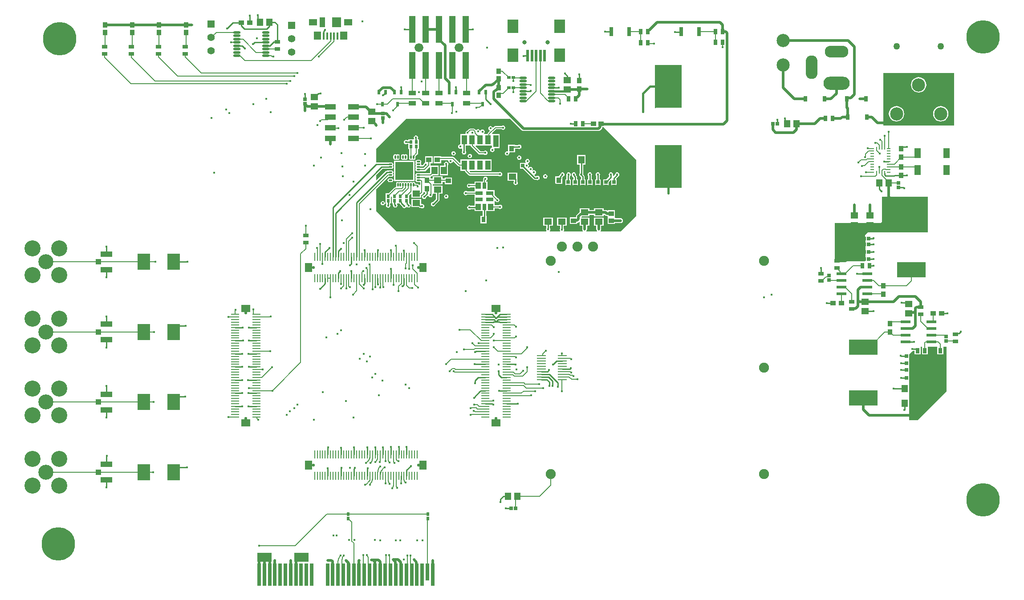
<source format=gtl>
%FSTAX25Y25*%
%MOIN*%
%SFA1B1*%

%IPPOS*%
%ADD10C,0.008000*%
%ADD14C,0.010000*%
%ADD18C,0.006000*%
%ADD22C,0.005000*%
%ADD24C,0.009000*%
%ADD26R,0.039370X0.037400*%
%ADD27R,0.028350X0.039370*%
%ADD28R,0.064960X0.051180*%
%ADD29R,0.017720X0.054330*%
%ADD30R,0.055910X0.061020*%
%ADD31R,0.070870X0.074800*%
%ADD32R,0.039370X0.074800*%
%ADD33R,0.019680X0.090550*%
%ADD34R,0.078740X0.098430*%
%ADD35R,0.086610X0.041340*%
%ADD36R,0.041340X0.039370*%
%ADD37R,0.019680X0.035430*%
%ADD38O,0.057090X0.017720*%
%ADD39R,0.077560X0.022440*%
%ADD40R,0.025590X0.041340*%
%ADD41R,0.051180X0.074800*%
%ADD42R,0.039370X0.090550*%
%ADD43R,0.039370X0.070870*%
%ADD44R,0.053150X0.027560*%
%ADD45R,0.027560X0.045280*%
%ADD46R,0.041340X0.045280*%
%ADD47R,0.050000X0.200000*%
%ADD48R,0.057090X0.037400*%
%ADD49R,0.023620X0.025590*%
%ADD50R,0.135830X0.135830*%
%ADD51O,0.011810X0.027560*%
%ADD52O,0.027560X0.011810*%
%ADD53R,0.028000X0.165000*%
%ADD54R,0.028000X0.126000*%
%ADD55R,0.031500X0.066930*%
%ADD56R,0.070870X0.009840*%
%ADD57R,0.009840X0.022640*%
%ADD58R,0.026570X0.009840*%
%ADD59R,0.038580X0.034250*%
%ADD60R,0.212600X0.114170*%
%ADD61R,0.200790X0.322840*%
%ADD62R,0.096460X0.124020*%
%ADD63R,0.033470X0.039370*%
%ADD64R,0.057090X0.045280*%
%ADD65R,0.037400X0.039370*%
%ADD66R,0.025200X0.026770*%
%ADD67R,0.053150X0.066930*%
%ADD68R,0.009840X0.061020*%
%ADD69R,0.061020X0.009840*%
%ADD70R,0.066930X0.053150*%
%ADD71R,0.045280X0.057090*%
%ADD72R,0.026770X0.025200*%
%ADD73R,0.039370X0.033470*%
%ADD74R,0.039370X0.028350*%
%ADD75R,0.025590X0.023620*%
%ADD76R,0.082870X0.044090*%
%ADD140C,0.120000*%
%ADD147C,0.020000*%
%ADD148C,0.015000*%
%ADD149C,0.016000*%
%ADD150R,0.110430X0.066930*%
%ADD151R,0.105320X0.067910*%
%ADD152C,0.250000*%
%ADD153C,0.031500*%
%ADD154C,0.065980*%
%ADD155C,0.075000*%
%ADD156C,0.098430*%
%ADD157O,0.196850X0.098430*%
%ADD158O,0.177170X0.088580*%
%ADD159O,0.088580X0.177170*%
%ADD160C,0.112000*%
%ADD161C,0.021660*%
%ADD162C,0.055000*%
%ADD163R,0.055000X0.055000*%
%ADD164C,0.050000*%
%ADD165C,0.016000*%
%LNgrandmaster-1*%
%LPD*%
G36*
X1299213Y0850394D02*
X1246063D01*
Y0889764*
X1299213*
Y0850394*
G37*
G36*
X0975429Y0846934D02*
X0976025Y0846536D01*
X0976727Y0846396*
X1032732*
X1033434Y0846536*
X1034029Y0846934*
X1035298Y0848202*
X1035696Y0848798*
X1035835Y08495*
Y0849527*
X1036573*
X10611Y0825*
Y0783*
X10493Y07712*
X1034585*
X1034478Y0771349*
X1034363Y07717*
X1034696Y0772198*
X1034835Y07729*
Y0775393*
X1036654*
Y0781521*
X1029346*
Y0775393*
X1031165*
Y07729*
X1031304Y0772198*
X1031637Y07717*
X1031522Y0771349*
X1031415Y07712*
X1024084*
X1023978Y0771349*
X1023863Y07717*
X1024196Y0772198*
X1024335Y07729*
Y0775393*
X1026154*
Y0781521*
X1020223*
X1020016Y0782021*
X102044Y0782444*
X1021236*
X1021414Y0782479*
X1026154*
Y0783708*
X1029346*
Y0782479*
X1036654*
Y0783708*
X103744*
X1037827Y078332*
X1038423Y0782923*
X1039125Y0782783*
X1039417*
X1039771Y0782429*
Y0782105*
Y0781605*
Y0776869*
X1045229*
Y0777547*
X1049382*
X1050084Y0777686*
X105068Y0778084*
X1051077Y077868*
X1051217Y0779382*
X1051077Y0780084*
X105068Y078068*
X1050084Y0781077*
X1049382Y0781217*
X1045583*
X1045229Y0781571*
Y0781894*
Y0782395*
Y0787131*
X1039771*
X1039271Y0786993*
X1038902Y0787239*
X10382Y0787379*
X1036654*
Y0788607*
X1029346*
Y0787379*
X1026154*
Y0788607*
X1018846*
Y0785887*
X1018382Y0785577*
X1016502Y0783698*
X1016104Y0783102*
X1015965Y07824*
Y0781894*
X1011271*
Y0776869*
X1016729*
Y0777585*
X1017331Y0777704*
X1017926Y0778102*
X1018384Y077856*
X1018846Y0778369*
Y0775393*
X1020665*
Y07729*
X1020804Y0772198*
X1021137Y07717*
X1021022Y0771349*
X1020916Y07712*
X100709*
X1006823Y07717*
X1007007Y0771976*
X1007131Y07726*
X1007007Y0773224*
X1006826Y0773496*
Y0775393*
X1009154*
Y0781521*
X1001846*
Y0775393*
X1004175*
Y0773496*
X1003993Y0773224*
X1003869Y07726*
X1003993Y0771976*
X1004177Y07717*
X100391Y07712*
X0996485*
X0996351Y0771459*
X0996289Y07717*
X0996607Y0772176*
X0996731Y07728*
X0996607Y0773424*
X0996325Y0773846*
Y0775393*
X0998654*
Y0781521*
X0991346*
Y0775393*
X0993674*
Y0773547*
X0993593Y0773424*
X0993469Y07728*
X0993593Y0772176*
X0993911Y07717*
X0993849Y0771459*
X0993715Y07712*
X08818*
X08663Y07867*
Y0802695*
X0875825Y081222*
X087628Y0812129*
X0877854*
X0878397Y0812237*
X0878857Y0812545*
X0879164Y0813005*
X0879272Y0813547*
X0879164Y081409*
X0878869Y0814532*
X0879164Y0814973*
X0879272Y0815516*
X0879164Y0816058*
X0878857Y0816518*
X0878397Y0816826*
X0877854Y0816934*
X087628*
X0875737Y0816826*
X0875708Y0816807*
X0874481*
X0873974Y0816706*
X0873544Y0816418*
X0866762Y0809636*
X08663Y0809828*
Y0813326*
X0871067Y0818093*
X087599*
X087628Y0818035*
X0877854*
X0878397Y0818143*
X0878857Y081845*
X0879164Y081891*
X0879272Y0819453*
X0879164Y0819995*
X0878869Y0820437*
X0879164Y0820879*
X0879272Y0821421*
X0879164Y0821964*
X0878857Y0822424*
X0878397Y0822731*
X0877854Y0822839*
X087628*
X0875815Y0822747*
X0866451*
X08663Y0822871*
Y08329*
X08889Y08555*
X0966863*
X0975429Y0846934*
G37*
G36*
X1279528Y0770669D02*
X1234252D01*
X1232283Y0768701*
Y0749016*
X121063*
X1210108Y0748493*
X1209646Y0748685*
Y0777559*
X1244094*
X1245079Y0778543*
Y0797244*
X1279528*
Y0770669*
G37*
G36*
X1293307Y0651575D02*
X1271653Y0629921D01*
X1265354*
Y065944*
X1265446*
Y066356*
X1265354*
Y066544*
X1265446*
Y066956*
X1265354*
Y067044*
X1265446*
Y067456*
X1265354*
Y067594*
X1265446*
Y0679225*
X1267836Y0681616*
X1268224Y0681693*
X1268496Y0681875*
X1269566*
Y0679232*
X1274001*
Y0684768*
X1274389Y0685039*
X1274611*
X1274999Y0684768*
Y0679232*
X1279434*
Y0684768*
X1279822Y0685039*
X1286111*
X1286499Y0684768*
Y0679232*
X1290934*
Y0684768*
X1291322Y0685039*
X1293307*
Y0651575*
G37*
%LNgrandmaster-2*%
%LPC*%
G36*
X12725Y0886771D02*
X1271006Y0886574D01*
X1269615Y0885997*
X1268419Y0885081*
X1267502Y0883885*
X1266926Y0882493*
X1266729Y0881*
X1266926Y0879506*
X1267502Y0878115*
X1268419Y0876919*
X1269615Y0876003*
X1271006Y0875426*
X12725Y0875229*
X1273993Y0875426*
X1275385Y0876003*
X1276581Y0876919*
X1277497Y0878115*
X1278074Y0879506*
X1278271Y0881*
X1278074Y0882493*
X1277497Y0883885*
X1276581Y0885081*
X1275385Y0885997*
X1273993Y0886574*
X12725Y0886771*
G37*
G36*
X1289035Y0865117D02*
X1287542Y0864921D01*
X128615Y0864344*
X1284955Y0863427*
X1284038Y0862232*
X1283461Y086084*
X1283265Y0859346*
X1283461Y0857853*
X1284038Y0856461*
X1284955Y0855266*
X128615Y0854349*
X1287542Y0853773*
X1289035Y0853576*
X1290529Y0853773*
X1291921Y0854349*
X1293116Y0855266*
X1294033Y0856461*
X1294609Y0857853*
X1294806Y0859346*
X1294609Y086084*
X1294033Y0862232*
X1293116Y0863427*
X1291921Y0864344*
X1290529Y0864921*
X1289035Y0865117*
G37*
G36*
X1255965D02*
X1254471Y0864921D01*
X1253079Y0864344*
X1251884Y0863427*
X1250967Y0862232*
X1250391Y086084*
X1250194Y0859346*
X1250391Y0857853*
X1250967Y0856461*
X1251884Y0855266*
X1253079Y0854349*
X1254471Y0853773*
X1255965Y0853576*
X1257458Y0853773*
X125885Y0854349*
X1260045Y0855266*
X1260962Y0856461*
X1261539Y0857853*
X1261735Y0859346*
X1261539Y086084*
X1260962Y0862232*
X1260045Y0863427*
X125885Y0864344*
X1257458Y0864921*
X1255965Y0865117*
G37*
G36*
X09613Y0850631D02*
X0960676Y0850507D01*
X0960251Y0850224*
X09557*
X0955232Y085013*
X0954835Y0849865*
X0953997Y0849028*
X0953459Y0849196*
X0953154Y0849654*
X0952624Y0850007*
X0952Y0850131*
X0951376Y0850007*
X0950846Y0849654*
X0950493Y0849124*
X0950369Y08485*
X0950493Y0847876*
X0950846Y0847346*
X0951304Y0847041*
X0951472Y0846503*
X0950023Y0845053*
X0949758Y0844656*
X0949678Y0844257*
X0947406*
X0947301Y0844344*
X0947153Y0844847*
X0947507Y0845376*
X0947631Y0846*
X0947507Y0846624*
X0947153Y0847153*
X0946624Y0847507*
X0946Y0847631*
X0945376Y0847507*
X0944847Y0847153*
X0944661Y0846876*
X0944623Y0846863*
X0944083Y084691*
X0943853Y0847254*
X0943324Y0847607*
X09427Y0847731*
X0942076Y0847607*
X0941547Y0847254*
X0941508Y0847197*
X0941011Y0847148*
X0940194Y0847965*
X0939797Y084823*
X0939328Y0848324*
X09368*
X0936332Y084823*
X0935935Y0847965*
X0934776Y0846807*
X0934276Y0846707*
X0933747Y0846354*
X0933393Y0845824*
X0933269Y08452*
X0933357Y0844757*
X093305Y0844257*
X0929558*
Y0836643*
X09293Y0836431*
X0928676Y0836307*
X0928146Y0835954*
X0927793Y0835424*
X0927669Y08348*
X0927793Y0834176*
X0928146Y0833646*
X0928676Y0833293*
X09293Y0833169*
X0929924Y0833293*
X0930274Y0833527*
X0930774Y0833295*
Y0831396*
X0930593Y0831124*
X0930469Y08305*
X0930593Y0829876*
X0930947Y0829346*
X0931476Y0828993*
X09321Y0828869*
X0932724Y0828993*
X0933253Y0829346*
X0933607Y0829876*
X0933731Y08305*
X0933607Y0831124*
X0933426Y0831396*
Y083557*
X0934964*
X0935095*
X0935464*
X0937151*
X0937231Y083517*
X0937496Y0834774*
X0943035Y0829235*
X0943432Y082897*
X09439Y0828876*
X0947151*
X0947576Y0828593*
X09482Y0828469*
X0948824Y0828593*
X0949354Y0828946*
X0949707Y0829476*
X0949831Y08301*
X0949707Y0830724*
X0949354Y0831254*
X0948824Y0831607*
X09482Y0831731*
X0947576Y0831607*
X0947151Y0831324*
X0944407*
X0940622Y0835108*
X0940664Y0835209*
X0941001Y083557*
X0941369*
X0946775*
X0946906*
X0947275*
X0947406*
X095268*
X0952812*
X095318Y0835253*
Y0833905*
X0952678Y0833805*
X0952149Y0833451*
X0951795Y0832922*
X0951671Y0832298*
X0951795Y0831674*
X0952149Y0831144*
X0952678Y0830791*
X0953302Y0830666*
X0953926Y0830791*
X0954456Y0831144*
X0954809Y0831674*
X0954934Y0832298*
X0954809Y0832922*
X095469Y0833102*
X0954957Y0833602*
X0958717*
Y0844257*
X0953394*
X0953187Y0844757*
X0956207Y0847777*
X0960251*
X0960676Y0847493*
X09613Y0847369*
X0961924Y0847493*
X0962453Y0847847*
X0962807Y0848376*
X0962931Y0849*
X0962807Y0849624*
X0962453Y0850154*
X0961924Y0850507*
X09613Y0850631*
G37*
G36*
X08961Y0843131D02*
X0895476Y0843007D01*
X0894946Y0842653*
X0894593Y0842124*
X0894469Y08415*
X0894593Y0840876*
X0894675Y0840753*
X0894557Y0840376*
X0894468Y0840253*
X0890519*
Y0839499*
X0889636*
X0889324Y0839707*
X08887Y0839831*
X0888076Y0839707*
X0887547Y0839353*
X0887193Y0838824*
X0887069Y08382*
X0887193Y0837576*
X0887547Y0837047*
X0888076Y0836693*
X08887Y0836569*
X0889324Y0836693*
X0889556Y0836848*
X0890519*
Y0832747*
X0891237*
Y0828451*
X0891111Y0828263*
X0891004Y0827721*
Y0826146*
X0891111Y0825603*
X0891419Y0825143*
X0891879Y0824836*
X0892421Y0824728*
X0892964Y0824836*
X0893406Y0825131*
X0893847Y0824836*
X089439Y0824728*
X0894932Y0824836*
X0895392Y0825143*
X08957Y0825603*
X0895808Y0826146*
Y0827408*
X0897365Y0828966*
X089763Y0829362*
X0897723Y0829831*
Y0832747*
X0898481*
Y0836094*
Y0840253*
X0897732*
X0897525Y0840753*
X0897607Y0840876*
X0897731Y08415*
X0897607Y0842124*
X0897254Y0842653*
X0896724Y0843007*
X08961Y0843131*
G37*
G36*
X09735Y0836231D02*
X0972876Y0836107D01*
X0972604Y0835925*
X097057*
Y0836118*
X096523*
Y0831625*
X096473Y0831266*
X09644Y0831331*
X0963776Y0831207*
X0963247Y0830853*
X0962893Y0830324*
X0962769Y08297*
X0962893Y0829076*
X0963247Y0828547*
X0963776Y0828193*
X09644Y0828069*
X0965024Y0828193*
X0965553Y0828547*
X0965907Y0829076*
X0966031Y08297*
X0965956Y0830081*
X0966291Y0830581*
X097057*
Y0833274*
X0972604*
X0972876Y0833093*
X09735Y0832969*
X0974124Y0833093*
X0974654Y0833447*
X0975007Y0833976*
X0975131Y08346*
X0975007Y0835224*
X0974654Y0835754*
X0974124Y0836107*
X09735Y0836231*
G37*
G36*
X0888484Y0829138D02*
X0887942Y082903D01*
X08875Y0828735*
X0887058Y082903*
X0886516Y0829138*
X0885973Y082903*
X0885513Y0828723*
X0885206Y0828263*
X0885098Y0827721*
Y0826146*
X0885206Y0825603*
X0885513Y0825143*
X0885973Y0824836*
X0886516Y0824728*
X0887058Y0824836*
X08875Y0825131*
X0887942Y0824836*
X0888484Y0824728*
X0889027Y0824836*
X0889487Y0825143*
X0889794Y0825603*
X0889902Y0826146*
Y0827721*
X0889794Y0828263*
X0889487Y0828723*
X0889027Y082903*
X0888484Y0829138*
G37*
G36*
X0882579D02*
X0882036Y082903D01*
X0881594Y0828735*
X0881153Y082903*
X088061Y0829138*
X0880068Y082903*
X0879608Y0828723*
X08793Y0828263*
X0879192Y0827721*
Y0826146*
X08793Y0825603*
X0879608Y0825143*
X0880068Y0824836*
X088061Y0824728*
X0881153Y0824836*
X0881594Y0825131*
X0882036Y0824836*
X0882579Y0824728*
X0883121Y0824836*
X0883581Y0825143*
X0883889Y0825603*
X0883996Y0826146*
Y0827721*
X0883889Y0828263*
X0883581Y0828723*
X0883121Y082903*
X0882579Y0829138*
G37*
G36*
X09243Y0831331D02*
X0923676Y0831207D01*
X0923147Y0830853*
X0922793Y0830324*
X0922669Y08297*
X0922793Y0829076*
X0923147Y0828547*
X0923676Y0828193*
X09243Y0828069*
X0924924Y0828193*
X0925453Y0828547*
X0925807Y0829076*
X0925931Y08297*
X0925807Y0830324*
X0925453Y0830853*
X0924924Y0831207*
X09243Y0831331*
G37*
G36*
X09365Y0829331D02*
X0935876Y0829207D01*
X0935347Y0828854*
X0934993Y0828324*
X0934869Y08277*
X0934993Y0827076*
X0935347Y0826546*
X0935876Y0826193*
X09365Y0826069*
X0937124Y0826193*
X0937654Y0826546*
X0938007Y0827076*
X0938131Y08277*
X0938007Y0828324*
X0937654Y0828854*
X0937124Y0829207*
X09365Y0829331*
G37*
G36*
X09735Y0828131D02*
X0972876Y0828007D01*
X0972346Y0827654*
X0971993Y0827124*
X0971869Y08265*
X0971993Y0825876*
X0972346Y0825346*
X0972876Y0824993*
X09735Y0824869*
X0974124Y0824993*
X0974654Y0825346*
X0975007Y0825876*
X0975131Y08265*
X0975007Y0827124*
X0974654Y0827654*
X0974124Y0828007*
X09735Y0828131*
G37*
G36*
X0908619Y082767D02*
X0903082D01*
Y0822905*
X0902911Y0822871*
X0902382Y0822518*
X0902029Y0821988*
X0901983Y0821757*
X0901004Y0820778*
X0900519*
X090011Y0821278*
X0900138Y0821421*
X090003Y0821964*
X0899735Y0822406*
X090003Y0822847*
X0900138Y082339*
X090003Y0823932*
X0899723Y0824392*
X0899263Y08247*
X089872Y0824808*
X0897146*
X0896603Y08247*
X0896143Y0824392*
X0895836Y0823932*
X0895728Y082339*
X0895836Y0822847*
X0896131Y0822406*
X0895836Y0821964*
X0895728Y0821421*
X0895836Y0820879*
X0896131Y0820437*
X0895836Y0819995*
X0895728Y0819453*
X0895836Y081891*
X0896131Y0818468*
X0895836Y0818027*
X0895728Y0817484*
X0895836Y0816942*
X0896143Y0816482*
X0896603Y0816174*
X0897146Y0816066*
X089872*
X0899263Y0816174*
X0899392Y0816261*
X0902484*
X0902952Y0816354*
X0903349Y0816619*
X0906393Y0819663*
X0906893Y0819456*
Y0815076*
X0906588Y0814771*
X0899392*
X0899263Y0814857*
X089872Y0814965*
X0897146*
X0896603Y0814857*
X0896143Y081455*
X0895836Y081409*
X0895728Y0813547*
X0895836Y0813005*
X0896131Y0812563*
X0895836Y0812121*
X0895728Y0811579*
X0895836Y0811036*
X0896131Y0810594*
X0895836Y0810153*
X0895728Y080961*
X0895836Y0809068*
X0896143Y0808608*
X0896603Y08083*
X0897146Y0808192*
X089872*
X0898777Y0808204*
X0899277Y0807793*
Y0806121*
X0898777Y080597*
X0898654Y0806153*
X0898388Y0806331*
X0898365Y0806365*
X0898082Y0806649*
X0897685Y0806914*
X0897217Y0807007*
X0895777*
X08957Y0807397*
X0895392Y0807857*
X0894932Y0808164*
X089439Y0808272*
X0893847Y0808164*
X0893406Y0807869*
X0892964Y0808164*
X0892421Y0808272*
X0891879Y0808164*
X0891437Y0807869*
X0890995Y0808164*
X0890453Y0808272*
X088991Y0808164*
X0889468Y0807869*
X0889027Y0808164*
X0888484Y0808272*
X0887942Y0808164*
X08875Y0807869*
X0887058Y0808164*
X0886516Y0808272*
X0885973Y0808164*
X0885532Y0807869*
X088509Y0808164*
X0884547Y0808272*
X0884005Y0808164*
X0883563Y0807869*
X0883121Y0808164*
X0882579Y0808272*
X0882036Y0808164*
X0881576Y0807857*
X0881269Y0807397*
X0881161Y0806854*
Y080528*
X0881249Y0804839*
X0880979Y0804339*
X0880844*
X0880375Y0804246*
X0879978Y080398*
X0875751Y0799753*
X0873519*
Y0795594*
Y0792747*
Y0792512*
X0873128Y0792473*
X0873002Y0792548*
X0872907Y0793024*
X0872554Y0793553*
X0872024Y0793907*
X08714Y0794031*
X0870776Y0793907*
X0870247Y0793553*
X0869893Y0793024*
X0869769Y07924*
X0869893Y0791776*
X0870247Y0791247*
X0870776Y0790893*
X08714Y0790769*
X0872024Y0790893*
X0872554Y0791247*
X0872907Y0791776*
X0872976Y0792123*
X0873507Y0792254*
X0873519Y0792247*
X0873821*
X0874174Y0791894*
Y0791772*
X0874146Y0791753*
X0873793Y0791224*
X0873669Y07906*
X0873793Y0789976*
X0874146Y0789446*
X0874676Y0789093*
X08753Y0788969*
X0875924Y0789093*
X0876453Y0789446*
X0876807Y0789976*
X0876931Y07906*
X0876826Y0791132*
Y0792247*
X0877481*
Y0795594*
Y0797588*
X0877519Y0797614*
X0878019Y0797346*
Y0792247*
X0878675*
Y07916*
X0878775Y0791093*
X0879063Y0790663*
X0879079Y0790646*
X0879193Y0790076*
X0879547Y0789546*
X0880076Y0789193*
X08807Y0789069*
X0881324Y0789193*
X0881853Y0789546*
X0882207Y0790076*
X0882331Y07907*
X0882207Y0791324*
X0881925Y0791747*
X0881981Y0792247*
Y0795594*
Y0797588*
X0882019Y0797614*
X0882519Y0797346*
Y0792247*
X088393*
X0883957Y0792112*
X0884244Y0791682*
X0885929Y0789996*
X0885993Y0789676*
X0886347Y0789147*
X0886876Y0788793*
X08875Y0788669*
X0888124Y0788793*
X0888653Y0789147*
X0888933Y0789565*
X0889337Y0789632*
X0889504Y078961*
X0889546Y0789546*
X0890076Y0789193*
X08907Y0789069*
X0891324Y0789193*
X0891854Y0789546*
X0892207Y0790076*
X0892331Y07907*
X0892207Y0791324*
X0891854Y0791854*
X0891324Y0792207*
X0891004Y0792271*
X0890981Y0792293*
Y0795594*
Y0798023*
X0892384Y0799425*
X0892846Y0799234*
Y079648*
X0900154*
Y0798508*
X0900408Y0798678*
X0901365Y0799635*
X090163Y0800032*
X0901655Y0800154*
X090183Y0800582*
X0903174*
Y0799949*
X0901997Y0798771*
X0901676Y0798707*
X0901147Y0798353*
X0900793Y0797824*
X0900669Y07972*
X0900793Y0796576*
X0901147Y0796046*
X0901676Y0795693*
X09023Y0795569*
X0902924Y0795693*
X0903454Y0796046*
X0903807Y0796576*
X0903871Y0796897*
X0905011Y0798037*
X0905414Y0797914*
X0905519Y0797837*
X0905847Y0797346*
X0906376Y0796993*
X0907Y0796869*
X0907624Y0796993*
X0908154Y0797346*
X0908507Y0797876*
X0908631Y07985*
X0908565Y0798832*
X0908658Y0798971*
X09087Y0799035*
X0909017Y0799393*
X0911174*
Y0795549*
X0908821Y0793196*
X0908376Y0793107*
X0907847Y0792754*
X0907493Y0792224*
X0907369Y07916*
X0907493Y0790976*
X0907847Y0790447*
X0908376Y0790093*
X0909Y0789969*
X0909624Y0790093*
X0910153Y0790447*
X0910507Y0790976*
X0910546Y0791172*
X0913437Y0794063*
X0913725Y0794493*
X0913826Y0795*
Y0799393*
X0916154*
Y0805521*
X0908846*
X0908794Y0805999*
Y0806001*
X0908846Y0806479*
X0916154*
Y080832*
X0917771*
Y0806606*
X0923229*
Y0811631*
X0917771*
Y0810767*
X0916154*
Y0812607*
X0908846*
Y0810873*
X090717*
Y0812339*
X0907563Y0812417*
X090796Y0812682*
X0908623Y0813346*
X0913021*
Y0820654*
X0907235*
X0907074Y082085*
Y082233*
X0908619*
Y082767*
G37*
G36*
X0914918D02*
X0909381D01*
Y082233*
X0914918*
Y0824677*
X0920139*
X0920524Y0824177*
X0920469Y08239*
X0920593Y0823276*
X0920947Y0822746*
X0921476Y0822393*
X09221Y0822269*
X0922724Y0822393*
X0923254Y0822746*
X0923607Y0823276*
X0923678Y0823635*
X0924221Y0823799*
X092787Y0820151*
X0928267Y0819885*
X0928735Y0819792*
X0929558*
Y0816673*
X093263*
X093268Y0816422*
X0932945Y0816025*
X0935635Y0813335*
X0936032Y081307*
X09365Y0812976*
X0958151*
X0958576Y0812693*
X09592Y0812569*
X0959824Y0812693*
X0960353Y0813046*
X0960707Y0813576*
X0960831Y08142*
X0960707Y0814824*
X0960353Y0815353*
X0959824Y0815707*
X09592Y0815831*
X0958576Y0815707*
X0958151Y0815423*
X0937007*
X093622Y081621*
X0936411Y0816673*
X0940869*
X0941001Y0816672*
X0941369*
X0941501Y0816673*
X0946775*
X0946906Y0816672*
X0947275*
X0947406Y0816673*
X0952812*
Y0825359*
X0947406*
X0947275*
X0946906*
X0946775*
X0941501*
X0941369*
X0941001*
X0940869*
X0935464*
X0935095*
X0934964*
X0929558*
Y082263*
X0929058Y0822423*
X0924716Y0826765*
X0924319Y082703*
X0923851Y0827124*
X0914918*
Y082767*
G37*
G36*
X09188Y0823431D02*
X0918176Y0823307D01*
X0917647Y0822954*
X0917293Y0822424*
X0917169Y08218*
X0917293Y0821176*
X0917307Y0821154*
X091704Y0820654*
X091398*
Y0813346*
X0920107*
Y0818664*
X0920125Y0818757*
Y0820904*
X0920307Y0821176*
X0920431Y08218*
X0920307Y0822424*
X0919954Y0822954*
X0919424Y0823307*
X09188Y0823431*
G37*
G36*
X10468Y0815531D02*
X1046176Y0815407D01*
X1045646Y0815053*
X1045293Y0814524*
X1045169Y08139*
X1045195Y0813769*
X1044316Y0812891*
X1043761Y0813043*
X1043703Y0813269*
X1043707Y0813276*
X1043831Y08139*
X1043707Y0814524*
X1043353Y0815053*
X1042824Y0815407*
X10422Y0815531*
X1041576Y0815407*
X1041047Y0815053*
X1040693Y0814524*
X1040569Y08139*
X1040693Y0813276*
X1040874Y0813004*
Y0812442*
X1038764Y0810332*
X103644*
Y0806054*
X104056*
Y0808378*
X1041978Y0809797*
X104244Y0809605*
Y0806054*
X104656*
Y0810332*
X1046213*
X1046006Y0810832*
X1047622Y0812448*
X1047716Y0812588*
X1047954Y0812747*
X1048307Y0813276*
X1048431Y08139*
X1048307Y0814524*
X1047954Y0815053*
X1047424Y0815407*
X10468Y0815531*
G37*
G36*
X0993Y0814131D02*
X0992376Y0814007D01*
X0991846Y0813653*
X0991493Y0813124*
X0991369Y08125*
X0991493Y0811876*
X0991846Y0811347*
X0992376Y0810993*
X0993Y0810869*
X0993624Y0810993*
X0994153Y0811347*
X0994507Y0811876*
X0994631Y08125*
X0994507Y0813124*
X0994153Y0813653*
X0993624Y0814007*
X0993Y0814131*
G37*
G36*
X09797Y0825531D02*
X0979076Y0825407D01*
X0978547Y0825054*
X0978193Y0824524*
X0978069Y08239*
X0978193Y0823276*
X0978364Y082302*
X0978012Y0822646*
X0977752*
X097394*
Y0818369*
X0976264*
X098427Y0810363*
X09847Y0810075*
X0985207Y0809974*
X0986204*
X0986476Y0809793*
X09871Y0809669*
X0987724Y0809793*
X0988253Y0810147*
X0988607Y0810676*
X0988731Y08113*
X0988607Y0811924*
X0988253Y0812453*
X0987724Y0812807*
X09871Y0812931*
X0986476Y0812807*
X0986204Y0812626*
X0985756*
X0984886Y0813496*
X0985031Y0813974*
X0985124Y0813993*
X0985653Y0814347*
X0986007Y0814876*
X0986131Y08155*
X0986007Y0816124*
X0985653Y0816654*
X0985124Y0817007*
X09845Y0817131*
X0983876Y0817007*
X0983851Y0816991*
X0983491Y0817351*
X0983507Y0817376*
X0983631Y0818*
X0983507Y0818624*
X0983154Y0819153*
X0982624Y0819507*
X0982Y0819631*
X0981376Y0819507*
X0980847Y0819153*
X0980642Y0818848*
X0980077Y0818723*
X0980019Y0818737*
X0980066Y0819288*
X0980153Y0819347*
X0980507Y0819876*
X0980631Y08205*
X0980507Y0821124*
X0980153Y0821653*
X0979928Y0821804*
X0980034Y0822335*
X0980324Y0822393*
X0980853Y0822746*
X0981207Y0823276*
X0981331Y08239*
X0981207Y0824524*
X0980853Y0825054*
X0980324Y0825407*
X09797Y0825531*
G37*
G36*
X0895091Y0824091D02*
X0879909D01*
Y0808909*
X0895091*
Y0824091*
G37*
G36*
X0877854Y0811028D02*
X087628D01*
X0875737Y081092*
X0875277Y0810613*
X087497Y0810153*
X0874862Y080961*
X087497Y0809068*
X0875277Y0808608*
X0875737Y08083*
X087628Y0808192*
X0877854*
X0878397Y08083*
X0878857Y0808608*
X0879164Y0809068*
X0879272Y080961*
X0879164Y0810153*
X0878857Y0810613*
X0878397Y081092*
X0877854Y0811028*
G37*
G36*
X10059Y0815531D02*
X1005276Y0815407D01*
X1004747Y0815053*
X1004393Y0814524*
X1004329Y0814203*
X1003368Y0813242*
X100308Y0812812*
X1003002Y0812418*
X100033*
Y0806881*
X100567*
Y0811796*
X1006203Y0812329*
X1006524Y0812393*
X1007053Y0812747*
X1007407Y0813276*
X1007531Y08139*
X1007407Y0814524*
X1007053Y0815053*
X1006524Y0815407*
X10059Y0815531*
G37*
G36*
X09482Y0812331D02*
X0947576Y0812207D01*
X0947046Y0811854*
X0946693Y0811324*
X0946569Y08107*
X0946584Y0810621*
X094637Y08103*
X0946276Y0809831*
Y0808636*
X0940007*
Y0806796*
X0936691*
X0936524Y0806907*
X09359Y0807031*
X0935276Y0806907*
X0934746Y0806553*
X0934393Y0806024*
X0934269Y08054*
X0934393Y0804776*
X0934746Y0804247*
X0935276Y0803893*
X09359Y0803769*
X0936524Y0803893*
X0937053Y0804247*
X0937122Y0804349*
X0940007*
Y080264*
Y0802509*
Y080214*
Y0802009*
Y0801186*
X0934605*
X0934124Y0801507*
X09335Y0801631*
X0932876Y0801507*
X0932347Y0801153*
X0931993Y0800624*
X0931869Y08*
X0931993Y0799376*
X0932347Y0798846*
X0932876Y0798493*
X09335Y0798369*
X0934124Y0798493*
X0934492Y0798739*
X0940007*
Y0797916*
Y0797784*
Y0797416*
Y0797284*
Y0793191*
Y079306*
Y0792691*
Y079256*
Y0790525*
X0936996*
X0936724Y0790707*
X09361Y0790831*
X0935476Y0790707*
X0934947Y0790353*
X0934593Y0789824*
X0934469Y07892*
X0934593Y0788576*
X0934947Y0788047*
X0935476Y0787693*
X09361Y0787569*
X0936724Y0787693*
X0936996Y0787875*
X0940007*
Y0786564*
X0946175*
Y0782868*
X0944566*
Y0777331*
X0949001*
Y0782868*
X0948825*
Y0786564*
X0954993*
Y0788404*
X095811*
X0958576Y0788093*
X09592Y0787969*
X0959824Y0788093*
X0960353Y0788447*
X0960707Y0788976*
X0960831Y07896*
X0960707Y0790224*
X0960353Y0790754*
X0959824Y0791107*
X09592Y0791231*
X0958576Y0791107*
X0958192Y0790851*
X0954993*
Y079256*
Y0792691*
Y079306*
Y0793191*
Y0794026*
X0955493Y0794076*
X0955847Y0793546*
X0956376Y0793193*
X0957Y0793069*
X0957624Y0793193*
X0958154Y0793546*
X0958507Y0794076*
X0958631Y07947*
X0958507Y0795324*
X0958154Y0795854*
X0957624Y0796207*
X0957123Y0796307*
X0955003Y0798427*
X0954993Y0798479*
Y080214*
X0949995*
X0949678Y0802509*
Y080264*
Y0808636*
X0948724*
Y0809173*
X0948824Y0809193*
X0949354Y0809546*
X0949707Y0810076*
X0949831Y08107*
X0949707Y0811324*
X0949354Y0811854*
X0948824Y0812207*
X09482Y0812331*
G37*
G36*
X10324Y0815531D02*
X1031776Y0815407D01*
X1031246Y0815053*
X1030893Y0814524*
X1030769Y08139*
X1030893Y0813276*
X1031174Y0812854*
Y0810332*
X103044*
Y0806054*
X103456*
Y0810332*
X1033825*
Y0813153*
X1033907Y0813276*
X1034031Y08139*
X1033907Y0814524*
X1033554Y0815053*
X1033024Y0815407*
X10324Y0815531*
G37*
G36*
X10263D02*
X1025676Y0815407D01*
X1025146Y0815053*
X1024793Y0814524*
X1024669Y08139*
X1024793Y0813276*
X1024975Y0813004*
Y0810332*
X102444*
Y0806054*
X102856*
Y0810332*
X1027625*
Y0813004*
X1027807Y0813276*
X1027931Y08139*
X1027807Y0814524*
X1027454Y0815053*
X1026924Y0815407*
X10263Y0815531*
G37*
G36*
X102302Y0828654D02*
X1016893D01*
Y0821346*
X1018631*
Y0814881*
X1018393Y0814524*
X1018269Y08139*
X1018393Y0813276*
X1018746Y0812747*
X1018984Y0812588*
X1019077Y0812448*
X1019674Y0811851*
Y0810332*
X101894*
Y0806054*
X102306*
Y0810332*
X1022326*
Y08124*
X1022225Y0812907*
X1021937Y0813337*
X1021505Y0813769*
X1021531Y08139*
X1021407Y0814524*
X1021282Y0814711*
Y0821346*
X102302*
Y0828654*
G37*
G36*
X10143Y0815531D02*
X1013676Y0815407D01*
X1013146Y0815053*
X1012793Y0814524*
X1012669Y08139*
X1012793Y0813276*
X1013146Y0812747*
X1013181Y0812723*
X101319Y0812678*
X1013478Y0812248*
X1014174Y0811551*
Y0810332*
X101344*
Y0806054*
X101756*
Y0810332*
X1016825*
Y08121*
X1016725Y0812607*
X1016437Y0813037*
X1015872Y0813602*
X1015931Y08139*
X1015807Y0814524*
X1015454Y0815053*
X1014924Y0815407*
X10143Y0815531*
G37*
G36*
X10105D02*
X1009876Y0815407D01*
X1009346Y0815053*
X1008993Y0814524*
X1008869Y08139*
X1008908Y0813705*
X1008775Y0813507*
X1008675Y0813*
Y0810332*
X100794*
Y0806054*
X101206*
Y0810332*
X1011325*
Y0812453*
X1011416Y0812588*
X1011654Y0812747*
X1012007Y0813276*
X1012131Y08139*
X1012007Y0814524*
X1011654Y0815053*
X1011124Y0815407*
X10105Y0815531*
G37*
G36*
X0972054Y0815221D02*
X0964746D01*
Y0809093*
X0969475*
Y0808496*
X0969293Y0808224*
X0969169Y08076*
X0969293Y0806976*
X0969646Y0806446*
X0970176Y0806093*
X09708Y0805969*
X0971424Y0806093*
X0971953Y0806446*
X0972307Y0806976*
X0972431Y08076*
X0972307Y0808224*
X0972126Y0808496*
Y0809757*
X097208Y0809986*
Y0810393*
X0972054Y0810521*
Y0815221*
G37*
G36*
X09188Y0799031D02*
X0918176Y0798907D01*
X0917647Y0798554*
X0917293Y0798024*
X0917169Y07974*
X0917293Y0796776*
X0917647Y0796246*
X0918176Y0795893*
X09188Y0795769*
X0919424Y0795893*
X0919954Y0796246*
X0920307Y0796776*
X0920431Y07974*
X0920307Y0798024*
X0919954Y0798554*
X0919424Y0798907*
X09188Y0799031*
G37*
G36*
X0900154Y079552D02*
X0892846D01*
Y0789393*
X0898273*
X0898503Y0789163*
X0898933Y0788875*
X089944Y0788774*
X0900004*
X0900276Y0788593*
X09009Y0788469*
X0901524Y0788593*
X0902054Y0788946*
X0902407Y0789476*
X0902531Y07901*
X0902407Y0790724*
X0902054Y0791254*
X0901524Y0791607*
X09009Y0791731*
X0900654Y0791682*
X0900154Y0792082*
Y079552*
G37*
%LNgrandmaster-3*%
%LPD*%
G54D10*
X0848685Y05125D02*
X0849685Y05115D01*
X0904803Y051345D02*
X0905Y0513647D01*
X0788351Y09022D02*
X07894D01*
X0787701Y090285D02*
X0788351Y09022D01*
X0783628Y090285D02*
X0787701D01*
X0874839Y0866571D02*
X0878768Y08705D01*
X0871Y0866571D02*
X0874839D01*
X0878768Y08705D02*
X0899079D01*
X09005Y08005D02*
Y0808949D01*
X0899543Y0799543D02*
X09005Y08005D01*
X08965Y0799543D02*
X0899543D01*
X0899839Y080961D02*
X09005Y0808949D01*
X0897933Y080961D02*
X0899839D01*
X0897933Y0811579D02*
X0902669D01*
X0875429Y0806067D02*
X088061D01*
X0874489Y0807007D02*
X0875429Y0806067D01*
X0874489Y0807007D02*
Y0810352D01*
X0972043Y0573591D02*
X0972799Y0572835D01*
X0996988Y058124D02*
Y0589456D01*
X0988583Y0572835D02*
X0996988Y058124D01*
X0972799Y0572835D02*
X0988583D01*
X0970693Y057165D02*
X0972043Y0573D01*
X0970693Y0564D02*
Y057165D01*
X1267Y0734323D02*
Y0742406D01*
X1263327Y073065D02*
X1267Y0734323D01*
X1246Y073065D02*
X1263327D01*
X1242579D02*
X1246D01*
X1238728Y07345D02*
X1242579Y073065D01*
X1234244Y07345D02*
X1238728D01*
X127787Y06885D02*
X1282244D01*
X1277217Y0687847D02*
X127787Y06885D01*
X1277217Y0687847D02*
Y0682D01*
X1288717D02*
Y0686874D01*
X1287091Y06885D02*
X1288717Y0686874D01*
X1282244Y06885D02*
X1287091D01*
X1234963Y083142D02*
X1237818D01*
X1232653Y082911D02*
X1234963Y083142D01*
X1232653Y0827153D02*
Y082911D01*
X1248059Y081761D02*
X1250152D01*
X1247942Y0817728D02*
X1248059Y081761D01*
X1241047Y0813488D02*
Y0815396D01*
X1240059Y08125D02*
X1241047Y0813488D01*
X12295Y08125D02*
X1240059D01*
X07008Y0884D02*
X0802D01*
X0683079Y0901721D02*
X07008Y0884D01*
X06826Y0882D02*
X07995D01*
X0662913Y0901687D02*
X06826Y0882D01*
X0662913Y0901687D02*
Y0904284D01*
X07354Y089D02*
X08075D01*
X0723413Y0901987D02*
X07354Y089D01*
X0723413Y0901987D02*
Y0904284D01*
X07176Y08875D02*
X0805D01*
X0703246Y0901854D02*
X07176Y08875D01*
X0703246Y0901854D02*
Y0904284D01*
X0683079Y0901721D02*
Y0904284D01*
X077645Y090535D02*
X0783628D01*
X0766636Y0915164D02*
X077645Y090535D01*
X0762358Y0915164D02*
X0766636D01*
X0832272Y0913972D02*
Y0917428D01*
X08176Y08993D02*
X0832272Y0913972D01*
X0768Y08993D02*
X08176D01*
X08137Y07582D02*
Y0762884D01*
X08099Y07544D02*
X08137Y07582D01*
X08099Y06732D02*
Y07544D01*
X0822Y0759D02*
X0822282Y0758718D01*
Y0752219D02*
Y0758718D01*
X082425Y0752219D02*
Y076175D01*
X0826219Y0746781D02*
Y0752219D01*
X0855746Y0740746D02*
X08566Y07416D01*
X0855746Y0736275D02*
Y0740746D01*
X08939Y07432D02*
Y0746D01*
Y07432D02*
X0897085Y0740015D01*
Y0736275D02*
Y0740015D01*
X0931933Y0683D02*
X09396D01*
X0940138Y0683538*
X0948218*
X09383Y06875D02*
X0940312Y0685488D01*
X0948199*
X0948218Y0685507*
X0951912Y0691412D02*
X09545Y0694D01*
X0948218Y0691412D02*
X0951912D01*
X10126Y06605D02*
X1017D01*
X1010744Y0662356D02*
X10126Y06605D01*
X1005906Y0662356D02*
X1010744D01*
X090585Y082085D02*
Y0825D01*
X0902484Y0817484D02*
X090585Y082085D01*
X0897933Y0817484D02*
X0902484D01*
X091215Y0825D02*
X091305Y08259D01*
X0923851*
X0928735Y0821016*
X0932327*
X093381Y0819533*
Y081689D02*
Y0819533D01*
Y081689D02*
X09365Y08142D01*
X09592*
X0959172Y0789628D02*
X09592Y07896D01*
X0952126Y0789628D02*
X0959172D01*
X08975Y0805D02*
Y08055D01*
X0897217Y0805783D02*
X08975Y08055D01*
X09045Y0809551D02*
X090757Y0806481D01*
X0907Y0798933D02*
X090757Y0799503D01*
X09045Y0809551D02*
Y080965D01*
X090757Y0799503D02*
Y0806481D01*
X0907Y07985D02*
Y0798933D01*
X0894566Y0805783D02*
X0897217D01*
X089439Y080596D02*
X0894566Y0805783D01*
X089439Y080596D02*
Y0806067D01*
X09125Y0809543D02*
X0920075D01*
X09205Y0809118*
X09045Y080965D02*
X0912394D01*
X09125Y0809543*
X0902669Y0811579D02*
X09045Y0809748D01*
Y080965D02*
Y0809748D01*
X0909957Y0816409D02*
Y0817D01*
X0907094Y0813547D02*
X0909957Y0816409D01*
X0897933Y0813547D02*
X0907094D01*
X12595Y081965D02*
X1269514D01*
X1271673Y081749*
Y0817201D02*
Y081749D01*
X1259429Y0819579D02*
X12595Y081965D01*
X1250152Y0819579D02*
X1259429D01*
X12595Y082685D02*
X1269514D01*
X1271673Y082901*
Y0829799*
X12595Y0826752D02*
Y082685D01*
X1254295Y0821547D02*
X12595Y0826752D01*
X1250152Y0821547D02*
X1254295D01*
X06635Y0910304D02*
Y0920146D01*
X0662913Y0909717D02*
X06635Y0910304D01*
X0683667D02*
Y0919646D01*
X0683079Y0909717D02*
X0683667Y0910304D01*
X0846281Y0555369D02*
X0846379D01*
X08455Y055615D02*
X0846281Y0555369D01*
X08455Y055615D02*
Y0556248D01*
X0846379Y0555369D02*
X08482Y0553548D01*
Y0539272D02*
Y0553548D01*
Y0539272D02*
X0849685Y0537787D01*
Y05115D02*
Y0537787D01*
X0904803Y0556051D02*
X0905Y0556248D01*
X0904803Y051345D02*
Y0556051D01*
X12225Y0718716D02*
Y0724512D01*
X1217512Y07295D02*
X12225Y0724512D01*
X1214756Y07295D02*
X1217512D01*
X1279488Y06885D02*
X1282244D01*
X12113Y0743784D02*
X1211851D01*
X1212868Y0742766*
Y0742215D02*
Y0742766D01*
Y0742215D02*
X121373Y0741353D01*
Y0740222D02*
Y0741353D01*
Y0740222D02*
X1214452Y07395D01*
X1214756*
X1217512*
X1223512Y07455*
X1230284*
X08935Y0874937D02*
Y08955D01*
X09135Y0874937D02*
Y08955D01*
X0934Y0874937D02*
Y0895D01*
X09335Y08955D02*
X0934Y0895D01*
X1010283Y08705D02*
Y0871051D01*
X1007585Y087375D02*
X1010283Y0871051D01*
X0997728Y087375D02*
X1007585D01*
X1055693Y0921D02*
X1064283D01*
Y09125D02*
Y0921D01*
D01*
X1108193D02*
X1120284D01*
Y0913D02*
Y0921D01*
Y0913D02*
D01*
X0886443Y0805994D02*
X0886516Y0806067D01*
X0886443Y0804142D02*
Y0805994D01*
X0885417Y0803115D02*
X0886443Y0804142D01*
X0880844Y0803115D02*
X0885417D01*
X08755Y0797772D02*
X0880844Y0803115D01*
X08755Y0797673D02*
Y0797772D01*
X089439Y0826933D02*
Y0827721D01*
X08965Y0829831*
Y0834827*
X0892421Y0826933D02*
X0892461Y0826972D01*
Y0834787*
X08925Y0834827*
X0888484Y080392D02*
Y0806067D01*
X0886079Y0801515D02*
X0888484Y080392D01*
X0883744Y0801515D02*
X0886079D01*
X088Y0797772D02*
X0883744Y0801515D01*
X088Y0797673D02*
Y0797772D01*
X0890453Y0803626D02*
Y0806067D01*
X088538Y0798553D02*
X0890453Y0803626D01*
X0885281Y0798553D02*
X088538D01*
X08845Y0797772D02*
X0885281Y0798553D01*
X08845Y0797673D02*
Y0797772D01*
X0892421Y0801193D02*
Y0806067D01*
X0889Y0797772D02*
X0892421Y0801193D01*
X0889Y0797673D02*
Y0797772D01*
X0783628Y090785D02*
X0792367D01*
X07924Y0907883*
X1004Y08669D02*
Y0869851D01*
X1002601Y087125D02*
X1004Y0869851D01*
X0997728Y087125D02*
X1002601D01*
X098175Y088125D02*
X0982Y0881D01*
X0976272Y088125D02*
X098175D01*
X0762172Y091535D02*
X0762358Y0915164D01*
X0830156Y0736275D02*
X0832124D01*
Y0721924D02*
Y0736275D01*
X08321Y07219D02*
X0832124Y0721924D01*
X0869526Y0732402D02*
Y0736275D01*
X08696Y0730217D02*
Y0732328D01*
X0869526Y0732402D02*
X08696Y0732328D01*
X08693Y07297D02*
Y0729916D01*
X08696Y0730217*
X10055Y06515D02*
Y0660264D01*
X1005592Y0660356*
X1005906*
X0832Y0848874D02*
X0832374Y08485D01*
X0838*
X09795Y0684D02*
Y06844D01*
X0975101Y0679601D02*
X09795Y0684D01*
X0964162Y0679601D02*
X0975101D01*
X1237012Y083139D02*
X1237848D01*
X1237818Y083142D02*
X1237848Y083139D01*
X12325Y0827D02*
Y0827371D01*
Y0827D02*
X1232653Y0827153D01*
X0976402Y0666902D02*
Y0667004D01*
X0974Y06645D02*
X0976402Y0666902D01*
X0970257Y06645D02*
X0974D01*
X0968935Y0665822D02*
X0970257Y06645D01*
X0964162Y0665822D02*
X0968935D01*
X0964162Y0701255D02*
X0969745D01*
X0971Y07*
X0851809Y0726809D02*
Y0736275D01*
X0849Y0724D02*
X0851809Y0726809D01*
X0861652Y0736275D02*
Y0746348D01*
X08615Y07465D02*
X0861652Y0746348D01*
X08615Y07465D02*
X0861576Y0746576D01*
X10055Y0678448D02*
Y068D01*
Y0678448D02*
X1005592Y0678356D01*
X1005906*
X09915Y0654D02*
D01*
X0978605D02*
X09915D01*
X0976626Y0655979D02*
X0978605Y0654D01*
X0964162Y0655979D02*
X0976626D01*
X0922464Y0675664D02*
X0948218D01*
X0918742Y0671942D02*
X0922464Y0675664D01*
X0918742Y06718D02*
Y0671942D01*
X0845904Y0763904D02*
X08485Y07665D01*
X0845904Y0752219D02*
Y0763904D01*
X08137Y0768317D02*
Y07757D01*
X1005906Y0676356D02*
X1011631D01*
X1012487Y06755*
X10125*
X0859Y0743567D02*
X0859683Y0742884D01*
X0859Y0743567D02*
Y0744D01*
X0859683Y0736275D02*
Y0742884D01*
X0972043Y0573D02*
Y0573591D01*
X0825443Y0854943D02*
X0830195D01*
X0832Y0856748*
X08245Y0854D02*
X0825443Y0854943D01*
X09545Y06895D02*
X0954528Y0689472D01*
X0964134*
X0964162Y0689444*
X0843935Y0752219D02*
Y0765435D01*
X08485Y077*
X0874489Y0810352D02*
X0875643Y0811506D01*
X0876994*
X0877067Y0811579*
X0964162Y0691412D02*
X0969912D01*
X0971Y06925*
X0853778Y0731722D02*
Y0736275D01*
Y0731722D02*
X0857Y07285D01*
X099108Y0679579D02*
X09935Y0682D01*
X099108Y0678448D02*
Y0679579D01*
X0990987Y0678356D02*
X099108Y0678448D01*
X0990158Y0678356D02*
X0990987D01*
X0948218Y0701255D02*
X0952745D01*
X09545Y06995*
X09359Y08054D02*
X0936117D01*
X0936289Y0805572*
X0942874*
X095743Y068157D02*
X0964162D01*
X09545Y06845D02*
X095743Y068157D01*
X0875349Y0813474D02*
X0876994D01*
X0877067Y0813547*
X0853778Y0791904D02*
X0875349Y0813474D01*
X0853778Y0752219D02*
Y0791904D01*
X0964162Y0677633D02*
X0970531D01*
X0971Y0677D02*
Y0677164D01*
X0970531Y0677633D02*
X0971Y0677164D01*
X08495Y0841D02*
X08625D01*
X0776671Y0681574D02*
X0787009D01*
X0787284Y06813*
X1066Y0861D02*
X10662Y08612D01*
X1075361Y0864003D02*
X1085Y0873643D01*
Y0879745*
X1233813Y0825484D02*
X1237848D01*
X1233328Y0825D02*
X1233813Y0825484D01*
X1229257Y0825D02*
X1233328D01*
X1227257Y0823D02*
X1229257Y0825D01*
X09795Y0666323D02*
Y06694D01*
X09794Y06695D02*
X09795Y06694D01*
X0976077Y06629D02*
X09795Y0666323D01*
X0969595Y06629D02*
X0976077D01*
X0968642Y0663853D02*
X0969595Y06629D01*
X0964162Y0663853D02*
X0968642D01*
X0776671Y0652046D02*
X0788746D01*
X08099Y06732*
X0813149Y0762884D02*
X08137D01*
X074685Y092035D02*
X0762172D01*
X07429Y09164D02*
X074685Y092035D01*
X0762122Y09129D02*
X0762172Y091285D01*
X07576Y09129D02*
X0762122D01*
X08235Y09021D02*
Y09022D01*
X0834832Y0913531*
Y0917428*
X0762172Y090285D02*
X0764403D01*
X0764889Y0902364*
X0764936*
X0768Y08993*
X1013278Y06635D02*
X1014022Y0662756D01*
X1005906Y0664356D02*
X1010816D01*
X1011672Y06635*
X1013278*
X1014022Y0662756D02*
X1014146D01*
X1005906Y0666356D02*
X1011631D01*
X1012487Y06655*
X10125*
X09475Y0805572D02*
Y0809831D01*
X09482Y0810531*
Y08107*
X0881337Y0752219D02*
Y0760363D01*
X08812Y07605D02*
X0881337Y0760363D01*
X09557Y0849D02*
X09613D01*
X0950888Y0844188D02*
X09557Y0849D01*
X0950043Y0839913D02*
X0950888Y0840758D01*
Y0844188*
X0938232Y0839913D02*
X0938361Y0839784D01*
Y0835639D02*
Y0839784D01*
X09439Y08301D02*
X09482D01*
X0938361Y0835639D02*
X09439Y08301D01*
X0933538Y0799962D02*
X0943465D01*
X09335Y08D02*
X0933538Y0799962D01*
X1230157Y08205D02*
X1232202D01*
X1235218Y0823516D02*
X1237848D01*
X1232202Y08205D02*
X1235218Y0823516D01*
X1229957Y08203D02*
X1230157Y08205D01*
X09349Y08452D02*
X09368Y08471D01*
X0939328*
X0941401Y0843525D02*
Y0843954D01*
X09405Y0844855D02*
Y0845928D01*
X0941401Y0843525D02*
X0941869Y0843057D01*
X0942569D02*
X0944138Y0841488D01*
X0939328Y08471D02*
X09405Y0845928D01*
X0944138Y0839913D02*
Y0841488D01*
X0941869Y0843057D02*
X0942569D01*
X09405Y0844855D02*
X0941401Y0843954D01*
X08495Y0848874D02*
X0856874D01*
X0844248Y0856748D02*
X08495D01*
X08425Y0855D02*
X0844248Y0856748D01*
X0856874Y0848874D02*
X0857Y0849D01*
X0776671Y0667794D02*
X0781294D01*
X0776671Y0661889D02*
X0780589D01*
X07884Y06697*
X09215Y0666528D02*
X0923472Y06685D01*
X0925128*
X1243773Y084D02*
X1244984Y0838789D01*
Y0833604D02*
Y0838789D01*
X0881916Y0865987D02*
X08825Y0866571D01*
X0881916Y0864916D02*
Y0865987D01*
X0879Y0862D02*
X0881916Y0864916D01*
X0958Y06715D02*
X095817D01*
X0975181Y0650074D02*
X0976607Y06515D01*
X0964162Y0650074D02*
X0975181D01*
X08949Y07625D02*
X0897085Y0760315D01*
X0889211Y0730889D02*
Y0736275D01*
X09243Y06665D02*
X0924978Y0665822D01*
X0755661Y0632361D02*
X0760727D01*
X07745Y0709225D02*
X0774592Y0709133D01*
X0941267Y0639126D02*
X0942131Y0638263D01*
X0885274Y0732374D02*
Y0736275D01*
X0842Y07307D02*
Y0732628D01*
X0924978Y0665822D02*
X0948218D01*
X09395Y0636726D02*
X0939933D01*
X0948205Y0687488D02*
X0948218Y0687475D01*
X08832Y07267D02*
Y07303D01*
X0760727Y0709133D02*
Y0712227D01*
X0937326Y0634326D02*
X0948218D01*
X09289Y06975D02*
X0936864D01*
X0777162Y0631138D02*
X07782Y06301D01*
X0774592Y0709133D02*
X0776671D01*
X0937126Y0639126D02*
X0941267D01*
X095376Y064426D02*
X0954Y06445D01*
X0865589Y0729511D02*
X08656Y07295D01*
X08911Y0729D02*
X08933D01*
X084198Y0732648D02*
X0842Y0732628D01*
X089109Y075213D02*
X0891179Y0752219D01*
X0939933Y0636726D02*
X0940365Y0636294D01*
X0964254Y0648197D02*
X0982197D01*
X0889211Y0730889D02*
X08911Y0729D01*
X084198Y0732648D02*
Y0736262D01*
X0940365Y0636294D02*
X0948218D01*
X094831Y064426D02*
X095376D01*
X08794Y07311D02*
Y0736243D01*
X0865589Y0729511D02*
Y0736275D01*
X089109Y0743211D02*
Y075213D01*
X0839998Y0731802D02*
X084Y07318D01*
X0776663Y0654007D02*
X0776671Y0654015D01*
X0777162Y0631138D02*
Y0632269D01*
X0787164Y0707164D02*
X07875Y07075D01*
X077707Y0632361D02*
X0777162Y0632269D01*
X0776671Y0707164D02*
X0787164D01*
X08832Y07303D02*
X0885274Y0732374D01*
X084Y07287D02*
X0842Y07307D01*
X0760727Y0712227D02*
X0761Y07125D01*
X0937Y0634D02*
X0937326Y0634326D01*
X0871494Y0730123D02*
Y0736275D01*
X0839998Y0731802D02*
Y0736275D01*
X0843935Y0728981D02*
Y0736275D01*
X0897085Y0752219D02*
Y0760315D01*
X0942941Y0687488D02*
X0948205D01*
X086362Y0730348D02*
Y0736275D01*
X0771007Y0654007D02*
X0776663D01*
X089109Y0743211D02*
X08911Y07432D01*
X0964162Y0657948D02*
X097692D01*
X0977868Y0657D02*
X09885D01*
X0776671Y0632361D02*
X077707D01*
X08466Y07295D02*
Y0729673D01*
X08885Y07435D02*
Y0746894D01*
X0843935Y0728981D02*
X08441Y0728817D01*
X0845904Y0730369D02*
X08466Y0729673D01*
X08885Y0746894D02*
X0889211Y0747605D01*
X0937Y0639D02*
X0937126Y0639126D01*
X0964162Y0648105D02*
X0964254Y0648197D01*
X0895116Y0731584D02*
X08976Y07291D01*
X0841967Y0736275D02*
X084198Y0736262D01*
X097692Y0657948D02*
X0977868Y0657D01*
X0948218Y0644168D02*
X094831Y064426D01*
X0879368Y0736275D02*
X08794Y0736243D01*
X08636Y07278D02*
Y0730328D01*
X0982197Y0648197D02*
X09825Y06485D01*
X0895116Y0731584D02*
Y0736275D01*
X0755836Y0707164D02*
X0760727D01*
X08636Y0730328D02*
X086362Y0730348D01*
X0771Y0654D02*
X0771007Y0654007D01*
X0871494Y0730123D02*
X08717Y0729916D01*
X094492Y0689444D02*
X0948218D01*
X08717Y07297D02*
Y0729916D01*
X0936864Y06975D02*
X094492Y0689444D01*
X0845904Y0730369D02*
Y0736275D01*
X0889211Y0747605D02*
Y0752219D01*
X07556Y06323D02*
X0755661Y0632361D01*
X07745Y0709225D02*
Y0713D01*
X0925838Y066779D02*
X0948218D01*
X0942131Y0638263D02*
X0948218D01*
X08441Y07286D02*
Y0728817D01*
X0976607Y06515D02*
X09855D01*
X0925128Y06685D02*
X0925838Y066779D01*
X0952126Y0800028D02*
X0953793Y0798361D01*
Y0797907D02*
Y0798361D01*
Y0797907D02*
X0957Y07947D01*
X0692279Y0591D02*
X06995D01*
X0692279Y06435D02*
X06998D01*
X06999Y06434*
X0692279Y0696D02*
X07D01*
X0692279Y07485D02*
X07011D01*
X07788Y05359D02*
X08056D01*
X0829294Y0559594D02*
X08455D01*
X08056Y05359D02*
X0829294Y0559594D01*
X08455D02*
X0905D01*
X0952126Y0799831D02*
Y0800028D01*
X0946Y0865784D02*
Y0866571D01*
X0945416Y0865199D02*
X0946Y0865784D01*
X0944628Y0865199D02*
X0945416D01*
X0943735Y0864306D02*
X0944628Y0865199D01*
X0941806Y0864306D02*
X0943735D01*
X09415Y0864D02*
X0941806Y0864306D01*
X092325Y0866321D02*
X09235Y0866571D01*
X092325Y086025D02*
Y0866321D01*
X0923Y086D02*
X092325Y086025D01*
X0952Y08485D02*
X095211Y084839D01*
X0867071Y0866571D02*
X0871D01*
X0867Y08665D02*
X0867071Y0866571D01*
X0969173Y0875673D02*
Y0879D01*
X0969Y08755D02*
X0969173Y0875673D01*
Y0884173D02*
Y08865D01*
X0969Y0884D02*
X0969173Y0884173D01*
X1017Y06605D02*
D01*
X0971445Y0667845D02*
X09715Y06679D01*
X1233Y08155D02*
X1233142Y0815642D01*
X1237848*
X1069716Y09125D02*
X107023Y0911987D01*
X1074487*
X1021216Y0852D02*
X1029146D01*
X1125716Y0909284D02*
Y0913D01*
X0976272Y086875D02*
X0978503D01*
X0986161Y0876221D02*
Y0902764D01*
X0978503Y086875D02*
X0978917Y0869164D01*
X0979104*
X0986161Y0876221*
X0995497Y086875D02*
X0997728D01*
X0989311Y0874749D02*
Y0902764D01*
X0995083Y0869164D02*
X0995497Y086875D01*
X0994896Y0869164D02*
X0995083D01*
X0989311Y0874749D02*
X0994896Y0869164D01*
X0899079Y08705D02*
X0902516Y0867063D01*
X09035*
X1200051Y0734283D02*
X1203113Y0737346D01*
X11995Y0734283D02*
X1200051D01*
X1203113Y0737346D02*
X1204653D01*
X12055Y0738193*
X1245Y0815396D02*
X1245092Y0815488D01*
Y0816856*
X1245964Y0817728*
X1247942*
X1243016Y0815396D02*
Y0819484D01*
X1243Y08195D02*
X1243016Y0819484D01*
X1234491Y0833508D02*
X123464Y0833358D01*
X1237848*
X1241047Y0833604D02*
X1241139Y0833512D01*
Y0831861D02*
Y0833512D01*
Y0831861D02*
X12435Y08295D01*
X124Y08375D02*
X12415D01*
X1243016Y0835984*
Y0833604D02*
Y0835984D01*
X1246953Y0842953D02*
X1247Y0843D01*
X125Y0846D02*
X1250152Y0845848D01*
Y0833358D02*
Y0845848D01*
X1246953Y0833604D02*
Y0842953D01*
X0882992Y0867063D02*
X08935D01*
X08825Y0866571D02*
X0882992Y0867063D01*
X09035Y0874937D02*
Y08955D01*
X09135Y0867063D02*
X0923008D01*
X09235Y0866571*
X0934Y0867063D02*
X0945508D01*
X0946Y0866571*
X0958Y0873146D02*
Y0873441D01*
X0959273Y0874714*
X0961442*
X0965728Y0879*
X0965827*
X0965728Y08865D02*
X0965827D01*
X0960874Y0891354D02*
X0965728Y08865D01*
X0958Y0891354D02*
X0960874D01*
X0969173Y08865D02*
X0969298Y0886375D01*
X0976147*
X0976272Y088625*
X0969173Y0879D02*
X0969298Y0878875D01*
X0976147*
X0976272Y087875*
X0658496Y0591D02*
X0692279D01*
X0619D02*
X0658496D01*
Y06435D02*
X0692279D01*
X0619D02*
X0658496D01*
Y0696D02*
X0692279D01*
X0619D02*
X0658496D01*
Y07485D02*
X0692279D01*
X0619D02*
X0658496D01*
X1293Y0689307D02*
X1299476D01*
X13Y0688784*
X1282244Y06935D02*
X1292193D01*
X1293Y0692693*
X1282244Y07035D02*
X1282628D01*
X128335Y0704222*
Y071*
X1274Y0703988D02*
Y0709283D01*
Y0703988D02*
X1279488Y06985D01*
X1282244*
X1247177Y069585D02*
X1251D01*
X1235921Y0684594D02*
X1247177Y069585D01*
X1231Y0684594D02*
X1235921D01*
X1253252Y06935D02*
X1262756D01*
X1251Y0695752D02*
X1253252Y06935D01*
X1251Y0695752D02*
Y069585D01*
X125235Y07035D02*
X1262756D01*
X1251Y070215D02*
X125235Y07035D01*
X12055Y0734807D02*
X1205807Y07345D01*
X1214756*
X121465Y07175D02*
Y0724394D01*
X1214756Y07245*
X1234244D02*
X124585D01*
X1246Y072435*
X1250236Y0807693D02*
X12575D01*
X1250043Y08075D02*
X1250236Y0807693D01*
X1250043Y08075D02*
Y080809D01*
X124507Y0813064D02*
X1250043Y080809D01*
X124507Y0813064D02*
Y0815326D01*
X1245Y0815396D02*
X124507Y0815326D01*
X0703833Y0910304D02*
Y0919646D01*
X0703246Y0909717D02*
X0703833Y0910304D01*
X0724D02*
Y0919646D01*
X0723413Y0909717D02*
X0724Y0910304D01*
G54D14*
X0866451Y0821421D02*
X0877067D01*
X0834093Y0789063D02*
X0866451Y0821421D01*
X0834093Y0752219D02*
Y0789063D01*
X0786343Y0927409D02*
X0786934Y0928D01*
X0961583Y0573D02*
X0964957D01*
X09594Y0570817D02*
X0961583Y0573D01*
X09594Y05686D02*
Y0570817D01*
X1242957Y0803043D02*
Y08075D01*
Y0803043D02*
X12447Y08013D01*
X1260993Y0804307D02*
X12617Y08036D01*
X12575Y0804307D02*
X1260993D01*
X0789817Y0913317D02*
X07924D01*
X078685Y091035D02*
X0789817Y0913317D01*
X0783628Y091035D02*
X078685D01*
X07924Y0913317D02*
Y09261D01*
X07905Y0928D02*
X07924Y09261D01*
X0786934Y0928D02*
X07905D01*
X0786343Y0924843D02*
Y0927409D01*
X07844Y09229D02*
X0786343Y0924843D01*
X07678Y09229D02*
X07844D01*
X076545Y092525D02*
X07678Y09229D01*
X076545Y092525D02*
Y09277D01*
X0954708Y0705192D02*
X09562Y07037D01*
X0948218Y0705192D02*
X0954708D01*
X0954023Y0703223D02*
X09545Y07037D01*
X0948218Y0703223D02*
X0954023D01*
X09585Y07037D02*
X0958977Y0703223D01*
X0964162*
X095524Y070716D02*
X09562Y07062D01*
X095716Y070716*
X0994152Y0660348D02*
X0996Y06585D01*
Y06556D02*
Y06585D01*
X0991572Y0660348D02*
X0994152D01*
X09985Y06555D02*
Y06593D01*
X0995452Y0662348D02*
X09985Y06593D01*
X0990166Y0662348D02*
X0995452D01*
X1002385Y0655115D02*
Y0657915D01*
X0995952Y0664348D02*
X1002385Y0657915D01*
X0990166Y0664348D02*
X0995952D01*
X0942585Y0661885D02*
X0948218D01*
X09404Y06597D02*
X0942585Y0661885D01*
X09404Y06577D02*
Y06597D01*
X0946784Y07801D02*
X09475Y0780817D01*
Y0789628*
X07779Y0929357D02*
Y09331D01*
Y0929357D02*
X0779257Y0928D01*
X0960015Y0661885D02*
X0964162D01*
X09581Y06638D02*
X0960015Y0661885D01*
X09581Y06638D02*
Y06666D01*
X08774Y0752219D02*
Y07572D01*
X077121Y069929D02*
X0776671D01*
X07712Y06993D02*
X077121Y069929D01*
X0888727Y0838173D02*
X08925D01*
X08887Y08382D02*
X0888727Y0838173D01*
X0849842Y0588281D02*
Y0593542D01*
X08504Y05941D02*
X08505D01*
X0849842Y0593542D02*
X08504Y05941D01*
X086559Y0604225D02*
Y060959D01*
X08656Y06096*
X0851809Y0752219D02*
Y0792809D01*
X0874481Y0815481*
X0877032*
X0976272Y087625D02*
X0981588D01*
X0981938Y08766*
X09821*
X0828187Y0752219D02*
Y0755787D01*
X08314Y0759*
X0760727Y0679605D02*
X0760732Y06796D01*
X07662*
X0877401Y0604225D02*
Y0609799D01*
X08774Y06098D02*
X0877401Y0609799D01*
X09335Y0922508D02*
X0938508D01*
X09386Y09226*
X10263Y0808393D02*
X10265Y0808193D01*
X10263Y0808393D02*
Y08139D01*
X094821Y0671735D02*
X0948218Y0671727D01*
X0945363Y0671735D02*
X094821D01*
X0945339Y0671759D02*
X0945363Y0671735D01*
X09401Y0671759D02*
X0945339D01*
X077052Y065992D02*
X0776671D01*
X07705Y06599D02*
X077052Y065992D01*
X0872684Y0817484D02*
X0877067D01*
X08716Y08164D02*
X0872684Y0817484D01*
X0904638Y08159D02*
X09048D01*
X0904253Y0815516D02*
X0904638Y08159D01*
X0897933Y0815516D02*
X0904253D01*
X0813Y0870193D02*
Y08742D01*
X0847872Y0736275D02*
Y0741672D01*
X08479Y07417*
X0839999Y0604225D02*
Y0609199D01*
X08401Y06093*
X1012Y0852D02*
X1015784D01*
X0897933Y0819453D02*
X0901553D01*
X09034Y08213*
X0903472*
X0903536Y0821364*
X1019957Y0813957D02*
Y0825D01*
X10199Y08139D02*
X1019957Y0813957D01*
X1020015Y0813385D02*
X1021Y08124D01*
X1020015Y0813385D02*
Y0813785D01*
X10199Y08139D02*
X1020015Y0813785D01*
X1021Y0808193D02*
Y08124D01*
X0958904Y0652042D02*
X0964162D01*
X0958662Y06518D02*
X0958904Y0652042D01*
X09585Y06518D02*
X0958662D01*
X0867557Y0752219D02*
Y0757157D01*
X08676Y07572*
X0760727Y0640235D02*
X0766135D01*
X07662Y06403*
X10155Y0808193D02*
Y08121D01*
X1014415Y0813185D02*
X10155Y08121D01*
X1014415Y0813185D02*
Y0813785D01*
X10143Y08139D02*
X1014415Y0813785D01*
X10055Y07726D02*
Y0778457D01*
X0830157Y0588281D02*
Y0593757D01*
X08302Y05938*
X0887242Y0731142D02*
Y0736275D01*
X08862Y07301D02*
X0887242Y0731142D01*
X0760727Y0689448D02*
X0766548D01*
X07666Y06895*
X071472Y0696D02*
Y0696077D01*
X0719043Y07004*
X07239*
X0771237Y0669763D02*
X0776671D01*
X07712Y06698D02*
X0771237Y0669763D01*
X088Y07916D02*
Y0794327D01*
X08807Y07907D02*
Y07909D01*
X088Y07916D02*
X08807Y07909D01*
X0889Y0794327D02*
X0889267Y079406D01*
Y0792133D02*
Y079406D01*
Y0792133D02*
X08907Y07907D01*
X1005906Y0668356D02*
X1011394D01*
X1012038Y0669D02*
X10122D01*
X1011394Y0668356D02*
X1012038Y0669D01*
X0830157Y0604225D02*
Y0609395D01*
X08303Y0609538*
Y06097*
X1003Y080965D02*
X1004305Y0810954D01*
Y0812305*
X10059Y08139*
X083803Y0736275D02*
Y074013D01*
X08395Y07416*
X0964162Y06422D02*
X09723D01*
X0857715Y0752219D02*
Y0757285D01*
X08577Y07573D02*
X0857715Y0757285D01*
X0760727Y0650078D02*
X0760735Y0650086D01*
X0763582*
X0763596Y06501*
X07662*
X08961Y0838573D02*
X08965Y0838173D01*
X08961Y0838573D02*
Y08415D01*
X0762172Y091035D02*
X076615D01*
X07682Y09083*
X09633Y0564D02*
X0967307D01*
X08774Y0736275D02*
Y07433D01*
X0760727Y069929D02*
X076649D01*
X07665Y06993*
X0997728Y087875D02*
X100295D01*
X1003Y08788*
X1246716Y0823516D02*
X1250152D01*
X12467Y08235D02*
X1246716Y0823516D01*
X10325Y0808193D02*
Y08138D01*
X10324Y08139D02*
X10325Y08138D01*
X10445Y0808193D02*
Y08112D01*
X1046685Y0813385*
Y0813785*
X10468Y08139*
X0944804Y0652042D02*
X0948218D01*
X0943867Y0651104D02*
X0944804Y0652042D01*
X0943867Y0651067D02*
Y0651104D01*
X094Y06472D02*
X0943867Y0651067D01*
X094Y0646962D02*
Y06472D01*
X09397Y0646662D02*
X094Y0646962D01*
X09397Y06465D02*
Y0646662D01*
X0770765Y0640235D02*
X0776671D01*
X07707Y06403D02*
X0770765Y0640235D01*
X0770905Y0679605D02*
X0776671D01*
X07709Y06796D02*
X0770905Y0679605D01*
X0786343Y0927409D02*
Y0928D01*
X07592Y09277D02*
X076545D01*
X07548Y09233D02*
X07592Y09277D01*
X0917043Y0817D02*
X09188Y0818757D01*
Y08218*
X077175Y09277D02*
Y093295D01*
X07717Y0933D02*
X077175Y093295D01*
X0828187Y0732087D02*
Y0736275D01*
X08244Y07283D02*
X0828187Y0732087D01*
X0836061Y0752219D02*
Y0784961D01*
X0870518Y0819418*
X0877032*
X0877067Y0819453*
X0889212Y0588281D02*
Y0592512D01*
X08924Y05957*
X0847872Y0747272D02*
Y0752219D01*
X08466Y0746D02*
X0847872Y0747272D01*
X0760727Y065992D02*
X076608D01*
X07661Y06599*
X0889212Y0604225D02*
Y0609888D01*
X08892Y06099D02*
X0889212Y0609888D01*
X0990158Y0666356D02*
X0994756D01*
X09959Y06675*
X0995Y07729D02*
Y0778457D01*
Y07729D02*
X09951Y07728D01*
X0859684Y0588281D02*
Y0593584D01*
X08599Y05938D02*
X08601D01*
X0859684Y0593584D02*
X08599Y05938D01*
X0867557Y0731543D02*
Y0736275D01*
Y0731543D02*
X08676Y07315D01*
X0859684Y0604225D02*
Y0609484D01*
X08597Y06095*
X071472Y07485D02*
X07251D01*
X07252Y07486*
X0964162Y0671727D02*
X0970873D01*
X09709Y06717*
X0948218Y06422D02*
X0953338D01*
X0953838Y06417*
X0954*
X0887242Y0752219D02*
Y0756958D01*
X08872Y0757D02*
X0887242Y0756958D01*
X0770922Y0650078D02*
X0776671D01*
X07709Y06501D02*
X0770922Y0650078D01*
X0771248Y0689448D02*
X0776671D01*
X07712Y06894D02*
X0771248Y0689448D01*
X08845Y0794327D02*
X0885181Y0793646D01*
Y0792619D02*
Y0793646D01*
Y0792619D02*
X08875Y07903D01*
X1001556Y0674356D02*
X1005906D01*
X09987Y06715D02*
X1001556Y0674356D01*
X101Y0808193D02*
Y0813D01*
X1010385Y0813385*
Y0813785*
X10105Y08139*
X12595Y083315D02*
X126085Y08345D01*
X12639*
X0887908Y0922508D02*
X08935D01*
X08879Y09225D02*
X0887908Y0922508D01*
X0942447Y07892D02*
X0942874Y0789628D01*
X09361Y07892D02*
X0942447D01*
X083803Y0752219D02*
Y075643D01*
X08399Y07583*
X084*
X0760727Y0669763D02*
X0766063D01*
X07661Y06698*
X0883306Y0604225D02*
Y0609894D01*
X08833Y06099D02*
X0883306Y0609894D01*
X0941132Y068157D02*
X0948218D01*
X0940462Y06809D02*
X0941132Y068157D01*
X08755Y07908D02*
Y0794327D01*
X08753Y07906D02*
X08755Y07908D01*
X0822354Y0873807D02*
Y0873914D01*
X082294Y08745*
X082Y0872043D02*
X0820591D01*
X0822354Y0873807*
X082294Y08745D02*
X08249D01*
X0857715Y0732115D02*
Y0736275D01*
X08572Y07316D02*
X0857715Y0732115D01*
X0849842Y0604225D02*
Y0609342D01*
X08499Y06094*
X077545Y091285D02*
X0783628D01*
X0774Y09114D02*
X077545Y091285D01*
X0827154Y0917428D02*
Y0921154D01*
X08281Y09221*
X0990158Y0660356D02*
X0991564D01*
X0991572Y0660348*
X0990158Y0662356D02*
X0990166Y0662348D01*
X0990158Y0664356D02*
X0990166Y0664348D01*
X1002385Y0655115D02*
X10025Y0655D01*
X0976Y0820428D02*
Y0820507D01*
Y0820428D02*
X097676Y0819668D01*
X0976839*
X0985207Y08113*
X09871*
X09679Y083335D02*
X096915Y08346D01*
X09735*
X09684Y0812157D02*
X0968991D01*
X0970754Y0810393*
Y0809802D02*
Y0810393D01*
Y0809802D02*
X09708Y0809757D01*
Y08076D02*
Y0809757D01*
X09321Y0839687D02*
X0932327Y0839913D01*
X09321Y08305D02*
Y0839687D01*
X09562Y07037D02*
X09585D01*
X0957692Y0705192D02*
X0964162D01*
X09562Y07037D02*
X0957692Y0705192D01*
X095716Y070716D02*
X0959129Y0709129D01*
X095716Y070716D02*
X0964162D01*
X0959129Y0709129D02*
X0964162D01*
X09545Y07037D02*
X09562D01*
X0953271Y0709129D02*
X095524Y070716D01*
X0948218D02*
X095524D01*
X0948218Y0709129D02*
X0953271D01*
X11724Y0853557D02*
X1173957Y0852D01*
X11724Y0853557D02*
Y0856D01*
X1166693Y0852D02*
Y0854993D01*
X11667Y0855*
X0839999Y0588281D02*
Y0593599D01*
X08405Y05941*
X0964957Y0572743D02*
Y0573D01*
X0871495Y0604225D02*
Y0609695D01*
X08715Y06097*
X1261957Y0637657D02*
Y06425D01*
X12619Y06376D02*
X1261957Y0637657D01*
X12539Y06535D02*
X1261957D01*
X12594Y06615D02*
X1263307D01*
X12593Y06616D02*
X12594Y06615D01*
Y06675D02*
X1263307D01*
X12593Y06676D02*
X12594Y06675D01*
Y06725D02*
X1263307D01*
X12593Y06726D02*
X12594Y06725D01*
X12593Y0678D02*
X1263307D01*
X12592Y06781D02*
X12593Y0678D01*
X1271784Y0682D02*
Y0682283D01*
X1270866Y06832D02*
X1271784Y0682283D01*
X12676Y06832D02*
X1270866D01*
X1262756Y06885D02*
X1269D01*
X13Y0694216D02*
X1300566Y0694783D01*
X1302883*
X13042Y06961*
X128965Y071D02*
X12939D01*
X1294Y07099*
X1264043Y0718D02*
X1265Y0717043D01*
X12598Y0718D02*
X1264043D01*
X12325Y0711457D02*
X1238557D01*
X12386Y07115*
X12039Y07175D02*
X120835D01*
X11995Y0739716D02*
Y07438D01*
X12265Y07395D02*
X1234244D01*
X1235717Y07455D02*
X1235917Y07457D01*
X12389*
X1235193Y07505D02*
X12388D01*
X1235193Y0756D02*
X12387D01*
X1235193Y07615D02*
X12387D01*
X12388Y07614*
X1235193Y0766D02*
X12388D01*
X12389Y07661*
X1094507Y09207D02*
X1094807Y0921D01*
X10901Y09207D02*
X1094507D01*
X10378Y0921D02*
X1042307D01*
X09769Y09027D02*
X0976964Y0902764D01*
X09768Y09027D02*
X09769D01*
X0976964Y0902764D02*
X0979862D01*
X1009479Y0884565D02*
X10095Y0884543D01*
X1009479Y0884565D02*
Y0887721D01*
X10076Y08896D02*
X1009479Y0887721D01*
X10185Y088415D02*
Y08888D01*
X10385Y0808193D02*
Y0808272D01*
X103926Y0809031*
X1039339*
X10422Y0811893*
Y08139*
X09091Y07916D02*
X09125Y0795D01*
X0909Y07916D02*
X09091D01*
X09125Y0795D02*
Y0802457D01*
X09023Y07972D02*
X09045Y07994D01*
Y080335*
X0898854Y0790686D02*
X089944Y07901D01*
X08965Y0792457D02*
X0897091D01*
X0898854Y0790686D02*
Y0790693D01*
X089944Y07901D02*
X09009D01*
X0897091Y0792457D02*
X0898854Y0790693D01*
X0885059Y0875429D02*
Y0878859D01*
X08851Y08789*
X0873559Y0874642D02*
Y0875429D01*
X0873075Y0874158D02*
X0873559Y0874642D01*
X0872287Y0874158D02*
X0873075D01*
X08715Y087337D02*
X0872287Y0874158D01*
X08715Y08733D02*
Y087337D01*
X0948559Y0870141D02*
X09522Y08665D01*
Y08664D02*
Y08665D01*
X0948559Y0870141D02*
Y0875429D01*
X0926059D02*
Y0878841D01*
X0926Y08789D02*
X0926059Y0878841D01*
X071472Y06435D02*
X071882Y06476D01*
X07233*
X071472Y0591D02*
X0718321Y05946D01*
X07247*
X06645Y05794D02*
Y0585193D01*
Y0596807D02*
Y06031D01*
X06646Y06032*
X06645Y06318D02*
Y0637693D01*
Y0649307D02*
Y06554D01*
X06644Y06555D02*
X06645Y06554D01*
Y06843D02*
Y0690193D01*
Y0701807D02*
Y07077D01*
Y07369D02*
Y0742693D01*
Y0754307D02*
Y0759695D01*
X0664412Y0759783D02*
X06645Y0759695D01*
G54D18*
X094817Y0640183D02*
X0948218Y0640231D01*
X0776671Y0701259D02*
X0776697Y0701233D01*
X0776671Y0703227D02*
X0776677Y0703233D01*
X0939744Y0641526D02*
X0942202D01*
X0943497Y0640231*
X0948218*
G54D22*
X08409Y0513699D02*
D01*
X0840907Y0513482*
X084093Y0513266*
X0840967Y0513052*
X084102Y0512841*
X0841087Y0512635*
X0841168Y0512434*
X0841264Y0512238*
X0841372Y051205*
X0841493Y051187*
X0841627Y0511699*
X0841772Y0511538*
X0841811Y05115*
X08566Y0513815D02*
D01*
X0856607Y0513586*
X0856631Y0513359*
X0856671Y0513134*
X0856726Y0512912*
X0856797Y0512695*
X0856883Y0512483*
X0856983Y0512277*
X0857097Y051208*
X0857225Y051189*
X0857365Y051171*
X0857518Y051154*
X0857559Y05115*
X0841961Y0528261D02*
D01*
X0841788Y0528076*
X0841629Y0527879*
X0841484Y0527672*
X0841354Y0527455*
X0841239Y052723*
X084114Y0526997*
X0841058Y0526758*
X0840993Y0526514*
X0840944Y0526266*
X0840913Y0526015*
X08409Y0525763*
X08409Y05257*
X08763Y0513779D02*
D01*
X0876307Y0513554*
X0876331Y051333*
X087637Y0513108*
X0876424Y051289*
X0876494Y0512676*
X0876578Y0512468*
X0876677Y0512265*
X0876789Y0512071*
X0876915Y0511884*
X0877054Y0511707*
X0877204Y051154*
X0877244Y05115*
X08603Y0514387D02*
D01*
X0860309Y0514102*
X0860339Y0513818*
X0860389Y0513538*
X0860458Y0513261*
X0860546Y051299*
X0860652Y0512726*
X0860777Y051247*
X086092Y0512223*
X0861079Y0511987*
X0861255Y0511762*
X0861445Y051155*
X0861496Y05115*
X08398Y05285D02*
D01*
X0839486Y0528164*
X0839198Y0527807*
X0838934Y0527431*
X0838698Y0527038*
X083849Y0526629*
X083831Y0526206*
X0838161Y0525772*
X0838042Y0525329*
X0837954Y0524878*
X0837898Y0524423*
X0837874Y0523964*
X0837874Y052385*
X08603Y0526869D02*
D01*
X0860293Y0527059*
X0860273Y0527249*
X086024Y0527436*
X0860194Y0527621*
X0860135Y0527803*
X0860063Y0527979*
X085998Y0528151*
X0859885Y0528316*
X0859778Y0528474*
X0859661Y0528624*
X0859533Y0528766*
X08595Y05288*
X08772Y0511606D02*
D01*
X08772Y0511595*
X0877201Y0511585*
X0877203Y0511574*
X0877205Y0511564*
X0877209Y0511554*
X0877212Y0511544*
X0877217Y0511535*
X0877222Y0511526*
X0877228Y0511517*
X0877235Y0511509*
X0877242Y0511501*
X0877244Y05115*
X08694Y05952D02*
D01*
X08691Y0594878*
X0868824Y0594537*
X0868572Y0594178*
X0868346Y0593801*
X0868147Y059341*
X0867975Y0593006*
X0867832Y0592591*
X0867719Y0592167*
X0867635Y0591736*
X0867581Y0591301*
X0867558Y0590862*
X0867558Y0590753*
X0888284Y0583251D02*
D01*
X0888249Y0583247*
X0888214Y058324*
X0888181Y0583231*
X0888147Y058322*
X0888115Y0583207*
X08881Y05832*
X0887243Y0585269D02*
D01*
X088725Y0585064*
X0887271Y0584861*
X0887306Y058466*
X0887356Y0584462*
X0887419Y0584268*
X0887495Y0584078*
X0887585Y0583895*
X0887687Y0583718*
X0887801Y0583549*
X0887927Y0583388*
X0888064Y0583236*
X08881Y05832*
X0885275Y0588281D02*
D01*
X0885262Y0588267*
X0885251Y0588254*
X0885241Y0588239*
X0885232Y0588224*
X0885224Y0588208*
X0885217Y0588191*
X0885211Y0588174*
X0885206Y0588157*
X0885203Y058814*
X0885201Y0588122*
X08852Y0588104*
Y05881*
X08622Y05978D02*
D01*
X086243Y0598047*
X0862644Y059831*
X0862838Y0598588*
X0863012Y0598878*
X0863166Y059918*
X0863298Y0599492*
X0863409Y0599812*
X0863496Y0600139*
X0863561Y0600471*
X0863602Y0600808*
X086362Y0601146*
X0863621Y0601231*
X0875432Y0600736D02*
D01*
X0875441Y0600474*
X0875468Y0600213*
X0875514Y0599955*
X0875577Y05997*
X0875658Y0599451*
X0875756Y0599208*
X0875871Y0598973*
X0876002Y0598746*
X0876149Y0598528*
X087631Y0598322*
X0876485Y0598127*
X0876532Y0598081*
X08676Y0604124D02*
D01*
X0867599Y0604133*
X0867598Y0604143*
X0867596Y0604153*
X0867594Y0604163*
X0867591Y0604172*
X0867587Y0604182*
X0867583Y0604191*
X0867578Y0604199*
X0867572Y0604208*
X0867566Y0604215*
X0867559Y0604223*
X0867558Y0604225*
X0869953Y0591023D02*
D01*
Y0591024*
Y0591025*
Y0591027*
Y0591028*
Y059103*
X0869928Y0590754D02*
D01*
X0869937Y0590787*
X0869945Y0590821*
X086995Y0590856*
X0869953Y0590891*
X0869953Y0590915*
X0881338Y0581281D02*
D01*
X0881345Y0581075*
X0881366Y0580871*
X0881402Y0580669*
X0881452Y0580469*
X0881515Y0580274*
X0881592Y0580083*
X0881682Y0579899*
X0881785Y0579721*
X08819Y0579551*
X0882026Y0579389*
X0882163Y0579236*
X08822Y05792*
X08612Y05842D02*
D01*
X0861273Y0584278*
X0861341Y0584362*
X0861403Y0584451*
X0861459Y0584543*
X0861508Y058464*
X086155Y0584739*
X0861585Y0584841*
X0861613Y0584945*
X0861634Y0585051*
X0861647Y0585159*
X0861652Y0585266*
X0861653Y0585294*
X08582Y05817D02*
D01*
X0858284Y0581702*
X0858367Y0581711*
X085845Y0581726*
X0858532Y0581746*
X0858612Y0581772*
X085869Y0581804*
X0858766Y0581841*
X0858839Y0581883*
X0858909Y058193*
X0858975Y0581982*
X0859038Y0582038*
X0859054Y0582054*
X0871822Y0593822D02*
D01*
X0871448Y0593421*
X0871104Y0592996*
X0870791Y0592548*
X0870728Y059245*
X087053Y0592269D02*
D01*
X0870465Y0592233*
X0870414Y0592201*
X087053Y0592269D02*
D01*
X087056Y0592285*
X0870589Y0592304*
X0870617Y0592325*
X0870644Y0592348*
X0870668Y0592372*
X0870691Y0592399*
X0870713Y0592426*
X0870728Y059245*
X0879369Y0599323D02*
D01*
X0879374Y0599172*
X0879389Y0599023*
X0879416Y0598875*
X0879452Y0598729*
X0879498Y0598586*
X0879555Y0598446*
X0879621Y0598311*
X0879696Y0598181*
X087978Y0598056*
X0879872Y0597938*
X0879973Y0597826*
X088Y05978*
X0882629Y0599071D02*
D01*
X0882641Y0599059*
X0882654Y0599048*
X0882668Y0599039*
X0882682Y059903*
X0882697Y0599022*
X0882713Y0599016*
X0882729Y059901*
X0882745Y0599006*
X0882762Y0599003*
X0882778Y0599001*
X0882795Y0599*
X08828Y0599*
X08616Y05817D02*
D01*
X0861928Y0582052*
X0862231Y0582426*
X0862507Y0582821*
X0862755Y0583233*
X0862974Y0583662*
X0863162Y0584106*
X0863319Y0584561*
X0863444Y0585026*
X0863535Y0585499*
X0863594Y0585977*
X0863619Y0586458*
X0863621Y0586579*
X0870411Y0592199D02*
D01*
X0870351Y0592155*
X0870296Y0592108*
X0870243Y0592056*
X0870194Y0592002*
X087015Y0591944*
X0870109Y0591883*
X0870073Y0591819*
X0870041Y0591753*
X0870014Y0591685*
X0869992Y0591615*
X0869974Y0591544*
X0869962Y0591472*
X0869955Y0591399*
X0869953Y0591332*
X0870414Y0592201D02*
D01*
X0870413Y05922*
X0870412Y05922*
X0870412Y0592199*
X0870411Y0592199*
X0870411Y0592198*
Y0592199*
D01*
X0870351Y0592155*
X0870296Y0592108*
X0870243Y0592056*
X0870194Y0592002*
X087015Y0591944*
X0870109Y0591883*
X0870073Y0591819*
X0870041Y0591753*
X0870014Y0591685*
X0869992Y0591615*
X0869974Y0591544*
X0869962Y0591472*
X0869955Y0591399*
X0869953Y0591332*
X086993Y0590875D02*
D01*
X0869939Y0590908*
X0869946Y0590942*
X0869951Y0590977*
X0869953Y0591012*
X0869953Y0591023*
X086993Y0590875D02*
D01*
X0869768Y0590299*
X0869648Y0589714*
X0869568Y0589122*
X0869531Y0588525*
X0869527Y0588281*
X0869927Y0590754D02*
D01*
X0869772Y0590229*
X0869655Y0589695*
X0869575Y0589153*
X0869533Y0588608*
X0869527Y0588281*
X08692Y05985D02*
D01*
X0869253Y0598556*
X0869302Y0598617*
X0869346Y0598681*
X0869386Y0598748*
X0869422Y0598817*
X0869452Y0598889*
X0869478Y0598962*
X0869498Y0599037*
X0869513Y0599114*
X0869522Y0599191*
X0869526Y0599269*
X0869527Y059929*
X08658Y05985D02*
D01*
X0866085Y0598806*
X0866349Y0599131*
X0866589Y0599475*
X0866805Y0599834*
X0866995Y0600207*
X0867159Y0600593*
X0867295Y0600989*
X0867404Y0601393*
X0867484Y0601805*
X0867535Y060222*
X0867557Y0602639*
X0867558Y0602744*
X08783Y0579D02*
D01*
X0878473Y0579186*
X0878634Y0579384*
X087878Y0579593*
X0878911Y0579811*
X0879027Y0580038*
X0879126Y0580272*
X0879209Y0580513*
X0879275Y0580759*
X0879324Y058101*
X0879355Y0581262*
X0879368Y0581517*
X0879369Y0581581*
X0873525Y0604077D02*
D01*
X0873524Y0604091*
X0873522Y0604106*
X087352Y060412*
X0873516Y0604134*
X0873512Y0604148*
X0873506Y0604162*
X08735Y0604175*
X0873493Y0604187*
X0873485Y0604199*
X0873476Y0604211*
X0873466Y0604222*
X0873464Y0604225*
X08602Y05991D02*
D01*
X0860436Y0599353*
X0860654Y0599622*
X0860852Y0599906*
X0861031Y0600202*
X0861188Y0600511*
X0861323Y060083*
X0861436Y0601157*
X0861525Y0601492*
X0861591Y0601831*
X0861634Y0602175*
X0861652Y0602521*
X0861653Y0602608*
X0881338Y0601722D02*
D01*
X0881346Y0601492*
X0881369Y0601264*
X0881409Y0601039*
X0881465Y0600816*
X0881536Y0600598*
X0881622Y0600385*
X0881722Y0600179*
X0881837Y0599981*
X0881965Y0599791*
X0882106Y059961*
X0882259Y059944*
X08823Y05994*
X0875432Y058501D02*
D01*
X0875441Y0584738*
X0875469Y0584469*
X0875516Y0584202*
X0875582Y0583939*
X0875666Y0583681*
X0875767Y0583429*
X0875886Y0583186*
X0876022Y0582951*
X0876173Y0582726*
X087634Y0582512*
X0876522Y0582311*
X087657Y0582263*
X0873464Y0588281D02*
D01*
X0873453Y0588269*
X0873443Y0588257*
X0873435Y0588245*
X0873427Y0588232*
X087342Y0588218*
X0873414Y0588204*
X0873409Y058819*
X0873405Y0588175*
X0873402Y058816*
X08734Y0588145*
X0873399Y0588129*
X08734Y0588127*
X0841961Y0528261D02*
X08422Y05285D01*
X0889055Y05115D02*
X08898Y0512245D01*
X087621Y0528247D02*
Y052879D01*
X08736Y0511793D02*
Y0529D01*
X08566Y0513815D02*
Y05289D01*
X0873307Y05115D02*
X08736Y0511793D01*
X0837874Y05115D02*
Y052385D01*
X0876Y0529D02*
X087621Y052879D01*
X08603Y0514387D02*
Y0526869D01*
X08922Y0512292D02*
Y05287D01*
X08409Y0513699D02*
Y05257D01*
X08898Y0512245D02*
Y05287D01*
X087621Y0528247D02*
X08763Y0528157D01*
X08731Y0511707D02*
X0873307Y05115D01*
X08763Y0513779D02*
Y0528157D01*
X08922Y0512292D02*
X0892992Y05115D01*
X0867558Y0588281D02*
Y0590753D01*
X0888284Y0583251D02*
X0888285D01*
X0887243Y0585269D02*
Y0588281D01*
X08852Y05824D02*
Y05881D01*
X0863621Y0601231D02*
Y0604225D01*
X0875432Y0600736D02*
Y0604225D01*
X08588Y05979D02*
X0859D01*
X0869953Y0591023D02*
Y059103D01*
X08734Y05827D02*
Y0588127D01*
X0869927Y0590754D02*
D01*
X0875432Y058501D02*
Y0588281D01*
X0879369Y0604225D02*
X08794Y0604194D01*
X087053Y0592269D02*
D01*
X0863621Y0586579D02*
Y0588281D01*
X08823Y05994D02*
X0882629Y0599071D01*
X0871822Y0593822D02*
X08727Y05947D01*
X0881338Y0601722D02*
Y0604225D01*
X0870728Y059245D02*
D01*
X0861653Y0585294D02*
Y0588281D01*
X0869953Y0590915D02*
Y0591023D01*
X0859Y05979D02*
X08602Y05991D01*
X0869953Y059103D02*
Y0591332D01*
X0861653Y0602608D02*
Y0604225D01*
X0859054Y0582054D02*
X08612Y05842D01*
X0873525Y0599177D02*
Y0604077D01*
X08828Y0599D02*
X0882941Y0599141D01*
X0867558Y0602744D02*
Y0604225D01*
X0869527Y059929D02*
Y0604225D01*
X0881338Y0581281D02*
Y0588281D01*
X0879369Y0581581D02*
Y0588281D01*
Y0599323D02*
Y0604225D01*
G54D24*
X1259535Y0813386D02*
X126378D01*
X12595Y081335D02*
X1259535Y0813386D01*
X124773Y08129D02*
X1254162D01*
X1246961Y0813669D02*
X124773Y08129D01*
X1246961Y0813669D02*
Y0814764D01*
X1254613Y081335D02*
X12595D01*
X1254162Y08129D02*
X1254613Y081335D01*
X1246953Y0814772D02*
X1246961Y0814764D01*
G54D26*
X128335Y071D03*
X128965D03*
X121465Y07175D03*
X120835D03*
X091215Y0825D03*
X090585D03*
X077175Y09277D03*
X076545D03*
G54D27*
X1208016Y0856D03*
X1202584D03*
X0952217Y07801D03*
X0946784D03*
X1015784Y0852D03*
X1021216D03*
X1283284Y0682D03*
X1288717D03*
X1271784D03*
X1277217D03*
X1230284Y07455D03*
X1235717D03*
X1010283Y08705D03*
X1015716D03*
X1069716Y0921D03*
X1064283D03*
X1125716D03*
X1120284D03*
X1069716Y09125D03*
X1064283D03*
X1120284Y0913D03*
X1125716D03*
G54D28*
X0818985Y09279D03*
X084556D03*
G54D29*
X0827154Y0917428D03*
X0829713D03*
X0832272D03*
X0834832D03*
X0837391D03*
G54D30*
X0842115Y0917762D03*
X082243D03*
G54D31*
X08368Y09279D03*
G54D32*
X082617Y09279D03*
G54D33*
X0979862Y0902764D03*
X0983012D03*
X0986161D03*
X0989311D03*
X0992461D03*
G54D34*
X0968642Y0924811D03*
Y0903158D03*
X1003681D03*
Y0924811D03*
G54D35*
X06645Y0585193D03*
Y0596807D03*
Y0701807D03*
Y0690193D03*
Y0754307D03*
Y0742693D03*
Y0637693D03*
Y0649307D03*
G54D36*
X0658496Y0591D03*
Y0696D03*
Y07485D03*
Y06435D03*
G54D37*
X0948559Y0875429D03*
X0943441D03*
X0946Y0866571D03*
X0885059Y0875429D03*
X0879941D03*
X08825Y0866571D03*
X0873559Y0875429D03*
X0868441D03*
X0871Y0866571D03*
X0926059Y0875429D03*
X0920941D03*
X09235Y0866571D03*
G54D38*
X0762172Y092035D03*
Y091785D03*
Y091535D03*
Y091285D03*
Y091035D03*
Y090785D03*
Y090535D03*
Y090285D03*
X0783628Y092035D03*
Y091785D03*
Y091535D03*
Y091285D03*
Y091035D03*
Y090785D03*
Y090535D03*
Y090285D03*
X0976272Y088625D03*
Y088375D03*
Y088125D03*
Y087875D03*
Y087625D03*
Y087375D03*
Y087125D03*
Y086875D03*
X0997728Y088625D03*
Y088375D03*
Y088125D03*
Y087875D03*
Y087625D03*
Y087375D03*
Y087125D03*
Y086875D03*
G54D39*
X1214756Y07245D03*
Y07295D03*
Y07345D03*
Y07395D03*
X1234244D03*
Y07345D03*
Y07295D03*
Y07245D03*
X1282244Y07035D03*
Y06985D03*
Y06935D03*
Y06885D03*
X1262756D03*
Y06935D03*
Y06985D03*
Y07035D03*
G54D40*
X1218815Y08705D03*
X1233185D03*
X1187815D03*
X1202185D03*
X1219315Y0857D03*
X1233685D03*
G54D41*
X1271673Y0829799D03*
X1293327D03*
Y0817201D03*
X1271673D03*
G54D42*
X0955949Y0838929D03*
G54D43*
X0938232Y0839913D03*
X0950043Y0821016D03*
X0932327D03*
Y0839913D03*
X0955949Y0821016D03*
X0950043Y0839913D03*
X0944138D03*
X0938232Y0821016D03*
X0944138D03*
G54D44*
X0951535Y0799962D03*
Y0795238D03*
X0943465D03*
Y0799962D03*
G54D45*
X09475Y0805572D03*
Y0789628D03*
G54D46*
X0952126Y0789628D03*
Y0805572D03*
X0942874Y0789628D03*
Y0805572D03*
G54D47*
X08935Y08955D03*
Y0922508D03*
X09035Y08955D03*
Y0922508D03*
X09135Y08955D03*
Y0922508D03*
X09235Y08955D03*
Y0922508D03*
X09335Y08955D03*
Y0922508D03*
G54D48*
X0934Y0874937D03*
Y0867063D03*
X08935Y0874937D03*
Y0867063D03*
X09035Y0874937D03*
Y0867063D03*
X09135Y0874937D03*
Y0867063D03*
G54D49*
X08755Y0797673D03*
Y0794327D03*
X08455Y0556248D03*
Y0559594D03*
X0905Y0556248D03*
Y0559594D03*
X0889Y0797673D03*
Y0794327D03*
X08845Y0797673D03*
Y0794327D03*
X088Y0797673D03*
Y0794327D03*
X08925Y0834827D03*
Y0838173D03*
X08965Y0834827D03*
Y0838173D03*
G54D50*
X08875Y08165D03*
G54D51*
X088061Y0826933D03*
X0882579D03*
X0884547D03*
X0886516D03*
X0888484D03*
X0890453D03*
X0892421D03*
X089439D03*
Y0806067D03*
X0892421D03*
X0890453D03*
X0888484D03*
X0886516D03*
X0884547D03*
X0882579D03*
X088061D03*
G54D52*
X0897933Y082339D03*
Y0821421D03*
Y0819453D03*
Y0817484D03*
Y0815516D03*
Y0813547D03*
Y0811579D03*
Y080961D03*
X0877067D03*
Y0811579D03*
Y0813547D03*
Y0815516D03*
Y0817484D03*
Y0819453D03*
Y0821421D03*
Y082339D03*
G54D53*
X0908661Y0514173D03*
X0786614D03*
X0782677D03*
X077874D03*
X0806299D03*
X0849606D03*
X0892913D03*
X0888976D03*
X0877165D03*
X0873228D03*
X0861417D03*
X085748D03*
X0841732D03*
X0837795D03*
X0814173D03*
X0810236D03*
X0829921D03*
X0900787D03*
X0794488D03*
X0798425D03*
X081811D03*
X089685D03*
X0885039D03*
X0869291D03*
X0865354D03*
X0802362D03*
X0790551D03*
X0881102D03*
X0833858D03*
X0845669D03*
X0853543D03*
G54D54*
X0904724Y0516123D03*
G54D55*
X1108193Y0921D03*
X1094807D03*
X1055693D03*
X1042307D03*
G54D56*
X1005906Y0678356D03*
X0990158D03*
X1005906Y0676356D03*
X0990158D03*
X1005906Y0674356D03*
X0990158D03*
X1005906Y0672356D03*
X0990158D03*
X1005906Y0670356D03*
X0990158D03*
X1005906Y0668356D03*
X0990158D03*
X1005906Y0666356D03*
X0990158D03*
X1005906Y0664356D03*
X0990158D03*
X1005906Y0662356D03*
X0990158D03*
Y0660356D03*
X1005906D03*
G54D57*
X1246953Y0815396D03*
X1245D03*
X1243016D03*
X1241047D03*
Y0833604D03*
X1243016D03*
X1244984D03*
X1246953D03*
G54D58*
X1250152Y0815642D03*
X1237848D03*
Y081761D03*
Y0819579D03*
Y0821547D03*
Y0823516D03*
Y0825484D03*
Y0827453D03*
Y0829421D03*
Y083139D03*
Y0833358D03*
X1250152D03*
Y083139D03*
Y0829421D03*
Y0827453D03*
Y0825484D03*
Y0823516D03*
Y0821547D03*
Y081761D03*
Y0819579D03*
G54D59*
X1014Y0784618D03*
Y0779382D03*
X09205Y0803882D03*
Y0809118D03*
X10425Y0784618D03*
Y0779382D03*
G54D60*
X1267Y0780594D03*
Y0742406D03*
X1231Y0646406D03*
Y0684594D03*
G54D61*
X1085Y082D03*
Y0879745D03*
G54D62*
X0692279Y0591D03*
X071472D03*
Y0696D03*
X0692279D03*
X071472Y07485D03*
X0692279D03*
Y06435D03*
X071472D03*
G54D63*
X0724Y0920146D03*
Y0925854D03*
X0958Y0891354D03*
Y0885646D03*
Y0873146D03*
Y0878854D03*
X06635Y0925854D03*
Y0920146D03*
X0683667Y0925854D03*
Y0920146D03*
X0703833D03*
Y0925854D03*
G54D64*
X1033Y0785543D03*
Y0778457D03*
X12325Y0718543D03*
Y0711457D03*
X1265Y0709957D03*
Y0717043D03*
X1224409Y0775984D03*
Y0783071D03*
X123622Y0775984D03*
Y0783071D03*
X10095Y0884543D03*
Y0877457D03*
X082Y0864957D03*
Y0872043D03*
X0863Y0861043D03*
Y0853957D03*
X09684Y0812157D03*
Y0819243D03*
X09125Y0802457D03*
Y0809543D03*
X08965Y0799543D03*
Y0792457D03*
X10055Y0785543D03*
Y0778457D03*
X0995Y0785543D03*
Y0778457D03*
X10225Y0785543D03*
Y0778457D03*
G54D65*
X1003Y080965D03*
Y080335D03*
X1246Y073065D03*
Y072435D03*
X1251Y070215D03*
Y069585D03*
X10185Y088415D03*
Y087785D03*
X09679Y083335D03*
Y082705D03*
X09045Y080335D03*
Y080965D03*
X12595Y083315D03*
Y082685D03*
Y081335D03*
Y081965D03*
G54D66*
X101Y0808193D03*
Y0804807D03*
X1293Y0692693D03*
Y0689307D03*
X12055Y0738193D03*
Y0734807D03*
X12575Y0807693D03*
Y0804307D03*
X0813Y0866807D03*
Y0870193D03*
X08715Y0859693D03*
Y0856307D03*
X0976Y0820507D03*
Y0823893D03*
X10445Y0808193D03*
Y0804807D03*
X10385Y0808193D03*
Y0804807D03*
X10325Y0808193D03*
Y0804807D03*
X10265Y0808193D03*
Y0804807D03*
X1021Y0808193D03*
Y0804807D03*
X10155Y0808193D03*
Y0804807D03*
G54D67*
X0901514Y0744247D03*
X0901515Y0596253D03*
X0815885D03*
X0815884Y0744247D03*
G54D68*
X0820314Y0604225D03*
Y0588281D03*
X0830157D03*
X0839999D03*
X0849842D03*
X0859684D03*
X086559D03*
X0871495D03*
X0877401D03*
X0883306D03*
X0889212D03*
X0830157Y0604225D03*
X0839999D03*
X0849842D03*
X0859684D03*
X086559D03*
X0871495D03*
X0877401D03*
X0883306D03*
X0889212D03*
X0895117Y0588281D03*
Y0604225D03*
X0897086D03*
Y0588281D03*
X0893149Y0604225D03*
Y0588281D03*
X089118Y0604225D03*
Y0588281D03*
X0887243Y0604225D03*
X0885275D03*
X085181D03*
X0853779D03*
X0832125D03*
X0834094D03*
X0822283D03*
X0824251D03*
X082622D03*
X0828188D03*
X0843936D03*
X0847873D03*
X0845905D03*
X0841968D03*
X0838031D03*
X0836062D03*
X0855747D03*
X082622Y0588281D03*
X0824251D03*
X0845905D03*
X0843936D03*
X0855747D03*
X0853779D03*
X085181D03*
X0847873D03*
X0838031D03*
X0828188D03*
X0832125D03*
X0834094D03*
X0836062D03*
X0841968D03*
X0822283D03*
X0863621Y0604225D03*
X0861653D03*
X0869527Y0588281D03*
X0867558D03*
X0881338D03*
X0879369D03*
X0875432Y0604225D03*
X0873464D03*
X0861653Y0588281D03*
X0863621D03*
X0857716Y0604225D03*
Y0588281D03*
X0869527Y0604225D03*
X0867558D03*
X0875432Y0588281D03*
X0873464D03*
X0887243D03*
X0885275D03*
X0881338Y0604225D03*
X0879369D03*
X0832124Y0752219D03*
X0830156D03*
X0826219Y0736275D03*
X0832124D03*
X0830156D03*
X082425D03*
X0895116Y0752219D03*
X0893148D03*
X0885274D03*
X0883305D03*
X0891179D03*
X0889211D03*
X0875431D03*
X0873463D03*
X0881337D03*
X0879368D03*
X0865589D03*
X086362D03*
X0871494D03*
X0869526D03*
X0855746D03*
X0861652D03*
X0853778D03*
X0859683D03*
X0845904D03*
X0843935D03*
X0851809D03*
X0849841D03*
X0836061D03*
X0834093D03*
X0841967D03*
X0839998D03*
X0826219D03*
X082425D03*
X0820313Y0736275D03*
X0822282D03*
Y0752219D03*
X0820313D03*
X0836061Y0736275D03*
X0834093D03*
X0841967D03*
X0839998D03*
X0845904D03*
X0843935D03*
X0851809D03*
X0849841D03*
X0855746D03*
X0853778D03*
X0861652D03*
X0859683D03*
X0865589D03*
X086362D03*
X0871494D03*
X0869526D03*
X0875431D03*
X0873463D03*
X0881337D03*
X0879368D03*
X0885274D03*
X0883305D03*
X0891179D03*
X0889211D03*
X0895116D03*
X0893148D03*
X0828187D03*
X083803D03*
X0847872D03*
X0857715D03*
X0867557D03*
X08774D03*
X0887242D03*
X0828187Y0752219D03*
X083803D03*
X0847872D03*
X0857715D03*
X0867557D03*
X08774D03*
X0887242D03*
X0897085Y0736275D03*
Y0752219D03*
G54D69*
X0760727Y0707164D03*
X0776671Y0654015D03*
Y0707164D03*
Y0709133D03*
X0760727D03*
Y069929D03*
Y0689448D03*
Y0679605D03*
Y0669763D03*
Y065992D03*
Y0650078D03*
Y0640235D03*
X0776671Y069929D03*
Y0689448D03*
Y0679605D03*
Y0669763D03*
Y065992D03*
Y0650078D03*
Y0640235D03*
Y0705196D03*
X0760727D03*
X0776671Y0652046D03*
X0760727Y0665826D03*
Y0671731D03*
X0776671Y0648109D03*
X0760727Y0632361D03*
X0776671Y0642204D03*
Y0632361D03*
Y0638267D03*
X0760727Y0677637D03*
Y0663857D03*
Y063433D03*
X0776671Y0636298D03*
X0760727Y0675668D03*
Y0642204D03*
Y0648109D03*
Y0638267D03*
Y0667794D03*
Y06737D03*
Y0661889D03*
Y0655983D03*
Y0654015D03*
Y0644172D03*
Y0657952D03*
X0776671Y063433D03*
X0760727Y0636298D03*
X0776671Y0644172D03*
X0760727Y0683542D03*
Y0681574D03*
Y0646141D03*
Y0652046D03*
X0776671Y0657952D03*
Y0655983D03*
X0760727Y0695353D03*
X0776671Y0671731D03*
Y0675668D03*
X0760727Y0701259D03*
X0776671Y0665826D03*
Y0681574D03*
Y0685511D03*
Y0693385D03*
X0760727Y0697322D03*
Y0687479D03*
X0776671Y0667794D03*
Y0646141D03*
Y0697322D03*
Y0701259D03*
X0760727Y0703227D03*
Y0691416D03*
Y0685511D03*
Y0693385D03*
X0776671Y0677637D03*
Y06737D03*
Y0695353D03*
Y0683542D03*
Y0691416D03*
Y0703227D03*
Y0687479D03*
Y0661889D03*
Y0663857D03*
X0964162Y0703223D03*
Y0705192D03*
Y070716D03*
Y0709129D03*
X0948218Y0703223D03*
Y0705192D03*
Y070716D03*
Y0709129D03*
Y0644168D03*
Y0659916D03*
Y0657948D03*
X0964162Y0654011D03*
X0948218Y0675664D03*
Y0673696D03*
X0964162Y0632357D03*
X0948218D03*
X0964162Y0634326D03*
Y0636294D03*
Y0638263D03*
Y0640231D03*
Y0644168D03*
Y0646137D03*
Y0648105D03*
Y0650074D03*
X0948218Y0654011D03*
X0964162Y0659916D03*
X0948218Y0695349D03*
X0964162Y06422D03*
Y0652042D03*
Y0661885D03*
Y0671727D03*
Y068157D03*
Y0691412D03*
Y0701255D03*
X0948218Y06422D03*
Y0652042D03*
Y0661885D03*
Y0671727D03*
Y068157D03*
Y0691412D03*
Y0701255D03*
Y0655979D03*
Y0693381D03*
X0964162Y0663853D03*
Y066779D03*
Y0655979D03*
Y0657948D03*
Y0665822D03*
Y0675664D03*
Y0673696D03*
X0948218Y0669759D03*
Y0665822D03*
Y066779D03*
Y0663853D03*
X0964162Y0669759D03*
X0948218Y0697318D03*
Y0699286D03*
X0964162Y0697318D03*
Y0699286D03*
Y0695349D03*
Y0683538D03*
Y0685507D03*
Y0677633D03*
Y0679601D03*
X0948218Y0636294D03*
Y0634326D03*
X0964162Y0693381D03*
Y0689444D03*
Y0687475D03*
X0948218Y0683538D03*
Y0687475D03*
Y0685507D03*
Y0689444D03*
Y0679601D03*
Y0650074D03*
Y0677633D03*
Y0648105D03*
Y0646137D03*
Y0638263D03*
Y0640231D03*
G54D70*
X0768699Y0713562D03*
Y0627932D03*
X095619Y0627928D03*
Y0713558D03*
G54D71*
X1181043Y0852D03*
X1173957D03*
X1269043Y06425D03*
X1261957D03*
X1269043Y06535D03*
X1261957D03*
X1250043Y08075D03*
X1242957D03*
X0964957Y0573D03*
X0972043D03*
X0917043Y0817D03*
X0909957D03*
X0786343Y0928D03*
X0779257D03*
X1019957Y0825D03*
X1027043D03*
G54D72*
X1166693Y0852D03*
X1163307D03*
X1235193Y0766D03*
X1231807D03*
X1235193Y07505D03*
X1231807D03*
X1235193Y0756D03*
X1231807D03*
X1235193Y07615D03*
X1231807D03*
X1263307Y06615D03*
X1266693D03*
X1263307Y06675D03*
X1266693D03*
X1263307Y06725D03*
X1266693D03*
X1263307Y0678D03*
X1266693D03*
X0967307Y0564D03*
X0970693D03*
G54D73*
X1029146Y0852D03*
X1034854D03*
G54D74*
X1274Y0709283D03*
Y0714716D03*
X12225Y0713283D03*
Y0718716D03*
X13Y0694216D03*
Y0688784D03*
X11995Y0734283D03*
Y0739716D03*
X08137Y0768317D03*
Y0762884D03*
X0662913Y0909717D03*
Y0904284D03*
X0683079D03*
Y0909717D03*
X0703246Y0904284D03*
Y0909717D03*
X0723413Y0904284D03*
Y0909717D03*
X12113Y0743784D03*
Y0749217D03*
X07924Y0913317D03*
Y0907883D03*
G54D75*
X0965827Y08865D03*
X0969173D03*
X0965827Y0879D03*
X0969173D03*
G54D76*
X08495Y0864622D03*
Y0848874D03*
Y0856748D03*
Y0841D03*
X0832Y0864622D03*
Y0856748D03*
Y0848874D03*
Y0841D03*
G54D140*
X0609Y0601D03*
Y0581D03*
X0629D03*
Y0601D03*
X0609Y07585D03*
Y07385D03*
X0629D03*
Y07585D03*
X0609Y0706D03*
Y0686D03*
X0629D03*
Y0706D03*
X0609Y06535D03*
Y06335D03*
X0629D03*
Y06535D03*
G54D147*
X090874Y05115D02*
Y052476D01*
X090876Y0524705D02*
Y052474D01*
X090874Y052476D02*
X090876Y052474D01*
X0896529Y05119D02*
Y0514495D01*
X089685Y0514173*
X0896481Y0514543D02*
X0896529Y0514495D01*
X0894587Y0525591D02*
X0896481Y0523696D01*
Y0514543D02*
Y0523696D01*
X0884718Y05119D02*
Y0514495D01*
X0885039Y0514173*
X088467Y0514543D02*
X0884718Y0514495D01*
X0878937Y0525591D02*
X0882776D01*
X088467Y0523696*
Y0514543D02*
Y0523696D01*
X0878937Y0525591D02*
X0880782Y0523746D01*
Y0514494D02*
Y0523746D01*
Y0514494D02*
X0881102Y0514173D01*
X0853561Y0524939D02*
X0853622Y0524878D01*
X0869266Y0518454D02*
X086937Y051835D01*
X0869266Y0518454D02*
Y0524013D01*
Y0514198D02*
Y0518454D01*
X086937Y05115D02*
Y051835D01*
X0868095Y0525184D02*
X0869266Y0524013D01*
X0862703Y0525184D02*
X0868095D01*
X0869266Y0514198D02*
X0869291Y0514173D01*
X0864183Y0525098D02*
X0865354Y0523927D01*
X0862789Y0525098D02*
X0864183D01*
X0862703Y0525184D02*
X0862789Y0525098D01*
X0865354Y0514173D02*
Y0523927D01*
X0845748Y05115D02*
Y0522953D01*
X0843701Y0525D02*
X0845748Y0522953D01*
X0833772Y0511665D02*
Y0524102D01*
X0832874Y0525D02*
X0833772Y0524102D01*
X083Y0525D02*
X0832874D01*
X080748Y0527559D02*
X0810236D01*
X0806299Y0526378D02*
X080748Y0527559D01*
X0806299Y0514173D02*
Y0526378D01*
X0790565Y0511565D02*
Y052487D01*
Y0511565D02*
X079063Y05115D01*
X0786693D02*
Y0524482D01*
X0783675Y0527175D02*
X0784D01*
X0782756Y05115D02*
Y0525931D01*
X0778819Y05115D02*
Y052439D01*
X0780523Y0526094D02*
X0782594D01*
X0778819Y052439D02*
X0780523Y0526094D01*
X0853561Y0511561D02*
X0853622Y05115D01*
X0853561Y0511561D02*
Y0524939D01*
X0782756Y0525931D02*
X0784Y0527175D01*
X0896529Y05119D02*
X0896929Y05115D01*
X0802441Y0524941D02*
X08025Y0525D01*
X0806378Y05115D02*
X0806685Y0511807D01*
X0833772Y0511665D02*
X0833937Y05115D01*
X0782594Y0526094D02*
X0783675Y0527175D01*
X0802441Y05115D02*
Y0524941D01*
X0884718Y05119D02*
X0885118Y05115D01*
X1235433Y0633465D02*
X1265748D01*
X1231Y0637898D02*
X1235433Y0633465D01*
X1231Y0637898D02*
Y0646406D01*
X1269043Y063676D02*
Y06425D01*
X1265748Y0633465D02*
X1269043Y063676D01*
X1273449Y0714716D02*
X1274016Y0715283D01*
X1228329Y0718522D02*
X1241478D01*
X1270232Y0700547D02*
Y0711799D01*
X1268185Y06985D02*
X1270232Y0700547D01*
X1262756Y06985D02*
X1268185D01*
X1270232Y0713932D02*
X1271016Y0714716D01*
X1270232Y0711799D02*
Y0713932D01*
X126906Y0710628D02*
X1270232Y0711799D01*
X1265671Y0710628D02*
X126906D01*
X1265Y0709957D02*
X1265671Y0710628D01*
X1271016Y0714716D02*
X1273449D01*
X1274*
X1270079Y0722441D02*
X1274016Y0718504D01*
Y0715283D02*
Y0718504D01*
X1257742Y0722441D02*
X1270079D01*
X12538Y07185D02*
X1257742Y0722441D01*
X1227165Y0715354D02*
Y0719685D01*
X1225512Y0713701D02*
X1227165Y0715354D01*
X1222917Y0713701D02*
X1225512D01*
X12225Y0713283D02*
X1222917Y0713701D01*
X1227165Y0719685D02*
X1228329Y0718522D01*
X1227165Y0719685D02*
Y0727559D01*
X1229106Y07295*
X1234244*
X123622Y0783071D02*
Y0791339D01*
X1224409Y0783071D02*
Y0791339D01*
X0920941Y0875429D02*
Y0883014D01*
X1248032Y0779528D02*
X1265933D01*
X1244488Y0775984D02*
X1248032Y0779528D01*
X123622Y0775984D02*
X1244488D01*
X1265933Y0779528D02*
X1267Y0780594D01*
X1224409Y0775984D02*
X123622D01*
X1224409Y0767717D02*
Y0775984D01*
X1226126Y0766D02*
X1231807D01*
X1224409Y0767717D02*
X1226126Y0766D01*
X1219004Y07505D02*
X12275D01*
X1217721Y0749217D02*
X1219004Y07505D01*
X12113Y0749217D02*
X1217721D01*
X1253937Y0793307D02*
X1262992D01*
X1250043Y0797201D02*
X1253937Y0793307D01*
X1250043Y0797201D02*
Y08075D01*
X1267Y0780594D02*
Y0789299D01*
X1262992Y0793307D02*
X1267Y0789299D01*
X1219094Y0871255D02*
X1221649D01*
X1218815Y0870976D02*
X1219094Y0871255D01*
X1218815Y08705D02*
Y0870976D01*
X1221649Y0871255D02*
X1224409Y0874016D01*
Y0909449*
X1219748Y091411D02*
X1224409Y0909449D01*
X117122Y091411D02*
X1219748D01*
X1233685Y0857D02*
X1237488D01*
X1241863Y0852625*
X1265779*
X1181043Y0847643D02*
Y0852D01*
X11787Y08453D02*
X1181043Y0847643D01*
X11654Y08453D02*
X11787D01*
X1163307Y0847393D02*
Y0852D01*
Y0847393D02*
X11654Y08453D01*
X1208434Y08558D02*
Y0856968D01*
Y08558D02*
X12141D01*
X12153Y0857*
X1219315*
Y08634*
X1218815Y08639D02*
X1219315Y08634D01*
X1218815Y08639D02*
Y08705D01*
X1211Y08747D02*
Y0882378D01*
X12068Y08705D02*
X1211Y08747D01*
X1202185Y08705D02*
X12068D01*
X1187028D02*
X1187815Y0871287D01*
X11795Y08705D02*
X1187028D01*
X117122Y087878D02*
X11795Y08705D01*
X117122Y087878D02*
Y0896D01*
X1129Y0854108D02*
Y092D01*
X1128Y0921D02*
X1129Y092D01*
X1125716Y0921D02*
X1128D01*
X1125716D02*
Y0925984D01*
X11237Y0928D02*
X1125716Y0925984D01*
X1076717Y0928D02*
X11237D01*
X10325Y0804807D02*
X10385D01*
X10265D02*
X10325D01*
X10155D02*
X1021D01*
X101D02*
X10155D01*
X1006425Y0784618D02*
X1014D01*
X10055Y0785543D02*
X1006425Y0784618D01*
X1014Y0779382D02*
X1014018Y07794D01*
X1016628*
X10178Y0780572*
Y07824*
X101968Y0784279*
X1021236*
X10225Y0785543*
X1033D02*
X10382D01*
X1039125Y0784618*
X10425*
X1233685Y0856213D02*
Y0857D01*
X1265779Y0852625D02*
X12725Y0859346D01*
X1273542Y0860389*
Y0865507D02*
X1289035Y0881D01*
X1273542Y0860389D02*
Y0865507D01*
X1271458Y0860389D02*
X12725Y0859346D01*
X1255965Y0881D02*
X1271458Y0865507D01*
Y0860389D02*
Y0865507D01*
X1187815Y08705D02*
Y0871287D01*
X1181043Y0852D02*
X11949D01*
X11985Y08556*
X11989Y0856D02*
X1202584D01*
X11985Y08556D02*
X11989Y0856D01*
X1208016Y0856551D02*
X1208434Y0856968D01*
X1208016Y0856D02*
Y0856551D01*
X1202384Y08562D02*
X1202584Y0856D01*
X10225Y0785543D02*
X1033D01*
X08715Y08525D02*
Y0856307D01*
X08665Y08505D02*
Y0851047D01*
X0863Y0853957D02*
X0863591D01*
X08665Y0851047*
X10225Y07729D02*
Y0778457D01*
X0832Y08365D02*
Y0841D01*
X1033Y07729D02*
Y0778457D01*
X10385Y0804807D02*
X10445D01*
X1021D02*
X10265D01*
X0980243Y08295D02*
X0996Y0813743D01*
X0943441Y0875429D02*
Y0876185D01*
X0948256Y0881*
X0953*
X0958Y0878854D02*
Y088535D01*
Y0878559D02*
Y0878854D01*
Y088535D02*
Y0885646D01*
X0953726Y0881077D02*
X0958Y088535D01*
X0953076Y0881077D02*
X0953726D01*
X0953Y0881D02*
X0953076Y0881077D01*
X0813Y0866728D02*
Y0866807D01*
Y08615D02*
Y0866728D01*
X082Y0864957D02*
X0820167Y0864789D01*
X0831833*
X0832Y0864622*
X0813Y0866728D02*
X0814772Y0864957D01*
X082*
X0724Y0925854D02*
X0728354D01*
X07285Y0926*
X0996Y0810265D02*
X1001947Y0804319D01*
X100213*
X1003Y0803449*
X0972257Y08295D02*
X0980243D01*
X096926Y0826503D02*
X0972257Y08295D01*
X1003Y080335D02*
Y0803449D01*
X0996Y0810265D02*
Y0813743D01*
X10445Y0804807D02*
X1044747Y0805054D01*
X1046505*
X1053Y0811549*
Y0816*
X1044Y0825D02*
X1053Y0816D01*
X1027043Y0825D02*
X1044D01*
X1003Y080335D02*
X1008622D01*
X101Y0804728*
Y0804807*
X0995Y0785543D02*
Y0795252D01*
X1003Y0803252*
Y080335*
X0995Y0785543D02*
X10055D01*
X10425Y0779382D02*
X1049382D01*
X11265Y0851608D02*
X1129Y0854108D01*
X11265Y08515D02*
Y0851608D01*
X1034854Y0852D02*
X1035278Y0851577D01*
X1126423*
X11265Y08515*
X1069716Y0921D02*
Y0921551D01*
X1070134Y0921968*
X1070685*
X1076717Y0928*
X12275Y07505D02*
X1231807D01*
X08715Y0859693D02*
X0871747Y0859446D01*
X0874054*
X08765Y0857*
X0862409Y0861043D02*
X0863D01*
X0858831Y0864622D02*
X0862409Y0861043D01*
X08495Y0864622D02*
X0858831D01*
X0864941Y0859693D02*
X08715D01*
X0863591Y0861043D02*
X0864941Y0859693D01*
X0863Y0861043D02*
X0863591D01*
X10185Y087785D02*
X102435D01*
X10245Y0878*
X10185Y0873283D02*
Y087785D01*
X1016685Y0871469D02*
X10185Y0873283D01*
X1016134Y0871469D02*
X1016685D01*
X1015716Y0871051D02*
X1016134Y0871469D01*
X1015716Y08705D02*
Y0871051D01*
X10095Y0877457D02*
X1009697Y0877654D01*
X1018303*
X10185Y087785*
X1283284Y0681449D02*
Y0682D01*
Y0667216D02*
Y0681449D01*
X12835Y06665D02*
Y0667D01*
X1283284Y0667216D02*
X12835Y0667D01*
X12415Y07185D02*
X12538D01*
X1241478Y0718522D02*
X12415Y07185D01*
X0813Y0866807D02*
X0813247Y0867054D01*
X0703833Y0925854D02*
X0724D01*
X0683667D02*
X0703833D01*
X06635D02*
X0683667D01*
X0955581Y0876914D02*
X095606D01*
X0957327Y0877886D02*
X0958Y0878559D01*
X0954527Y0870432D02*
Y087586D01*
X0955581Y0876914*
X0957032Y0877886D02*
X0957327D01*
X095606Y0876914D02*
X0957032Y0877886D01*
X0976727Y0848232D02*
X1032732D01*
X1034673Y0852D02*
X1034854D01*
X1034Y0851327D02*
X1034673Y0852D01*
X1034Y08495D02*
Y0851327D01*
X1032732Y0848232D02*
X1034Y08495D01*
X0954527Y0870432D02*
X0976727Y0848232D01*
X091797Y0885984D02*
Y0910537D01*
Y0885984D02*
X0920941Y0883014D01*
X09135Y0915008D02*
Y0922508D01*
Y0915008D02*
X091797Y0910537D01*
X0868441Y0875429D02*
Y0876185D01*
X0871257Y0879001*
X0877125*
X0879941Y0876185*
Y0875429D02*
Y0876185D01*
X09035Y0922508D02*
X09135D01*
X1231807Y07615D02*
Y0766D01*
Y0756D02*
Y07615D01*
Y07505D02*
Y0756D01*
X12285Y08705D02*
X1233185D01*
X1266693Y0678D02*
X1279835D01*
X1283284Y0681449*
X1266693Y06725D02*
Y0678D01*
Y06675D02*
Y06725D01*
Y06615D02*
Y06675D01*
X1269043Y06535D02*
Y065409D01*
X1266693Y0656441D02*
X1269043Y065409D01*
X1266693Y0656441D02*
Y06615D01*
X1269043Y06425D02*
Y06535D01*
G54D148*
X10714Y08799D02*
X1084845D01*
X1085Y0879745*
X1066Y08745D02*
X10714Y08799D01*
X1066Y0861D02*
Y08745D01*
X1085Y08D02*
Y082D01*
G54D149*
X0997728Y087625D02*
X0997742Y0876264D01*
X1008307*
X10095Y0877457*
G54D150*
X0810246Y0527362D03*
G54D151*
X0782628Y0527313D03*
G54D152*
X06285Y05373D03*
X13206Y05701D03*
X06294Y09156D03*
X13206Y09168D03*
G54D153*
X09775Y0913D03*
X0994823D03*
G54D154*
X08985Y0909004D03*
X09285D03*
G54D155*
X1028878Y0759928D03*
X1017067D03*
X1005256D03*
X0996988Y0589456D03*
Y0749298D03*
X1156831D03*
Y0669377D03*
Y0589456D03*
G54D156*
X117122Y0896D03*
Y091411D03*
X1255965Y0881D03*
Y0859346D03*
X12725Y0881D03*
Y0859346D03*
X1289035D03*
Y0881D03*
G54D157*
X1211Y0882378D03*
G54D158*
X1211Y0906D03*
G54D159*
X1192496Y0894189D03*
G54D160*
X0619Y0591D03*
Y07485D03*
Y0696D03*
Y06435D03*
G54D161*
X0898069Y0744247D03*
X089807Y0596253D03*
X081933D03*
X0768699Y0710117D03*
Y0631377D03*
X0819329Y0744247D03*
X095619Y0631373D03*
Y0710113D03*
G54D162*
X0803Y09156D03*
Y09056D03*
X07429Y09164D03*
Y09064D03*
G54D163*
X0803Y09256D03*
X07429Y09264D03*
G54D164*
X1255965Y090974D03*
X1289035D03*
G54D165*
X090876Y0524705D03*
X0894587Y0525591D03*
X0853622Y0524878D03*
X0843701Y0525D03*
X08422Y05285D03*
X08398D03*
X0806693Y0525984D03*
Y0529134D03*
X0810236D03*
X0814173D03*
X0810236Y0525984D03*
X0814173D03*
X079063Y052487D03*
X0782283Y0525984D03*
X0784252D03*
X0786221D03*
X0782283Y0529134D03*
X0784252D03*
X0786221D03*
X0876Y0529D03*
X08736D03*
X08898Y05287D03*
X08025Y0525D03*
X08595Y05288D03*
X0862703Y0525184D03*
X0788746Y0652046D03*
X0878937Y0525591D03*
X083Y0525D03*
X08566Y05289D03*
X08922Y05287D03*
X0887205Y0525689D03*
X07788Y05359D03*
X0891732Y0814961D03*
X0885827D03*
X0883071D03*
X0888976D03*
X0891732Y0811811D03*
X0885827D03*
X0883071D03*
X0888976D03*
X0891732Y081811D03*
X0885827D03*
X0883071D03*
X0888976D03*
Y082126D03*
X0883071D03*
X0885827D03*
X0891732D03*
X1224409Y0791339D03*
X126378Y0813386D03*
X1125716Y0909284D03*
X1033Y07729D03*
X1049382Y0779382D03*
X082219Y075881D03*
X082425Y076175D03*
X0826219Y0746781D03*
X09562Y07062D03*
X0931933Y0683D03*
X0940462Y06809D03*
X0942941Y0687488D03*
X0996Y06556D03*
X0781294Y0667794D03*
X0787009Y0681574D03*
X0755836Y0707164D03*
X11985Y08556D03*
X09592Y08142D03*
Y07896D03*
X08975Y0805D03*
X0907Y07985D03*
X1004Y08669D03*
X0982Y0881D03*
X07779Y09331D03*
X09581Y06666D03*
X08321Y07219D03*
X11568Y07218D03*
X08774Y07572D03*
X07712Y06993D03*
X08693Y07293D03*
X08685Y06485D03*
X10055Y06515D03*
X08887Y08382D03*
X0838Y08485D03*
X08375Y06945D03*
X09795Y06844D03*
X08505Y05941D03*
X08656Y06096D03*
X09821Y08766D03*
X12325Y0827D03*
X09735Y08265D03*
X0976402Y0667004D03*
X08314Y0759D03*
X07662Y06796D03*
X08774Y06098D03*
X09386Y09226D03*
X10263Y08139D03*
X0971Y07D03*
X09401Y0671759D03*
X0849Y0724D03*
X11625D03*
X08615Y07465D03*
X08617Y06774D03*
X10055Y068D03*
X07705Y06599D03*
X1085Y08D03*
X12295Y08125D03*
X0993D03*
X09915Y0654D03*
X08716Y08164D03*
X08717Y08329D03*
X09048Y08159D03*
X0813Y08742D03*
X0918742Y06718D03*
X09188Y07974D03*
X08414Y08127D03*
X08479Y07417D03*
X08401Y06093D03*
X1012Y0852D03*
X08485Y07665D03*
X0903536Y0821364D03*
X10199Y08139D03*
X09585Y06518D03*
X08676Y07572D03*
X07662Y06403D03*
X08137Y07757D03*
X10125Y06755D03*
X08595Y06738D03*
X0859Y0744D03*
X12617Y08036D03*
X10143Y08139D03*
X08694Y05952D03*
X08245Y0854D03*
X0829Y0692D03*
X09545Y06895D03*
X10055Y07726D03*
X08485Y077D03*
X08715Y08525D03*
X08302Y05938D03*
X08862Y07301D03*
X07666Y06895D03*
X08845Y05399D03*
X0881D03*
X0888285Y0583251D03*
X08852Y05824D03*
X07239Y07004D03*
X0971Y06925D03*
X09404Y06577D03*
X0857Y07285D03*
Y06794D03*
X09935Y0682D03*
X07712Y06698D03*
X08807Y07907D03*
X08907D03*
X10122Y0669D03*
X08303Y06097D03*
X10059Y08139D03*
X08665Y08505D03*
X10225Y07729D03*
X08714Y07924D03*
X08395Y07416D03*
X09723Y06422D03*
X08577Y07573D03*
X07662Y06501D03*
X09545Y06995D03*
X08961Y08415D03*
X12447Y08013D03*
X07682Y09083D03*
X09633Y0564D03*
X0825Y08265D03*
X09365Y08277D03*
X09359Y08054D03*
X08774Y07433D03*
X07665Y06993D03*
X1003Y08788D03*
X12467Y08235D03*
X10324Y08139D03*
X10468D03*
X09545Y06845D03*
X09397Y06465D03*
X08566Y07416D03*
X1003Y0741D03*
X07707Y06403D03*
X07709Y06796D03*
X07548Y09233D03*
X09188Y08218D03*
X07717Y0933D03*
X08244Y07283D03*
X08924Y05957D03*
X0971Y0677D03*
X0854Y06759D03*
X08625Y0841D03*
X08466Y0746D03*
X07661Y06599D03*
X08892Y06099D03*
X09545Y06945D03*
X09268Y06809D03*
X09265Y0861D03*
X1066D03*
X09959Y06675D03*
X09951Y07728D03*
X08601Y05938D03*
X1227257Y0823D03*
X09797Y08239D03*
X09794Y06695D03*
X08464Y07984D03*
X08676Y07315D03*
X08597Y06095D03*
X07252Y07486D03*
X09709Y06717D03*
X0954Y06417D03*
X08872Y0757D03*
X07709Y06501D03*
X07712Y06894D03*
X08875Y07903D03*
X09987Y06715D03*
X08404Y08299D03*
X10105Y08139D03*
X12639Y08345D03*
X0832Y08365D03*
X08622Y0788D03*
X08879Y09225D03*
X09361Y07892D03*
X084Y07583D03*
X07661Y06698D03*
X08833Y06099D03*
X08753Y07906D03*
X08249Y08745D03*
X08406Y07796D03*
X08572Y07312D03*
X08499Y06094D03*
X0774Y09114D03*
X08561Y09287D03*
X0745Y08151D03*
X07431Y08561D03*
X07576Y09129D03*
X07894Y09022D03*
X08235Y09021D03*
X08281Y09221D03*
X09871Y08113D03*
X09482Y08107D03*
X08812Y07605D03*
X09614Y07591D03*
X09613Y0849D03*
X09482Y08301D03*
X0953302Y0832298D03*
X09335Y08D03*
X09735Y08346D03*
X09644Y08297D03*
X09385Y08451D03*
X09427Y08461D03*
X09349Y08452D03*
X09708Y08076D03*
X08425Y0855D03*
X0857Y0849D03*
X07884Y06697D03*
X09215Y0666528D03*
X0879Y0862D03*
X0958Y06715D03*
X0901Y054D03*
X11724Y0856D03*
X11667Y0855D03*
X08405Y05941D03*
X09594Y05686D03*
X08469Y05941D03*
X08715Y06097D03*
X12619Y06376D03*
X12539Y06535D03*
X12593Y06616D03*
Y06676D03*
Y06726D03*
X12592Y06781D03*
X12676Y06832D03*
X1269Y06885D03*
X13042Y06961D03*
X1294Y07099D03*
X12598Y0718D03*
X12386Y07115D03*
X12039Y07175D03*
X11995Y07438D03*
X12265Y07395D03*
X12389Y07457D03*
X12388Y07505D03*
X12387Y0756D03*
X12388Y07614D03*
X12389Y07661D03*
X123622Y0791339D03*
X10901Y09207D03*
X10378Y0921D03*
X09768Y09027D03*
X10076Y08896D03*
X10185Y08888D03*
X10422Y08139D03*
X09321Y08305D03*
X0909Y07916D03*
X09023Y07972D03*
X09009Y07901D03*
X08851Y08791D03*
X08715Y08733D03*
X09522Y08664D03*
X0926Y08792D03*
X07233Y06476D03*
X07247Y05946D03*
X06645Y05794D03*
X06646Y06032D03*
X06645Y06318D03*
X06644Y06555D03*
X06645Y06843D03*
Y07077D03*
Y07369D03*
X0664412Y0759783D03*
X08717Y07297D03*
X08622Y05978D03*
X08933Y0729D03*
X08734Y05827D03*
X08783Y0579D03*
X08656Y07295D03*
X08658Y05985D03*
X09885Y0657D03*
X084Y07318D03*
X07556Y06323D03*
X08582Y05817D03*
X08794Y07311D03*
X08976Y07291D03*
X08466Y07295D03*
X087657Y0582263D03*
X08822Y05792D03*
X08727Y05947D03*
X09855Y06515D03*
X09395Y0636726D03*
X09289Y06975D03*
X07875Y07075D03*
X09383Y06875D03*
X08692Y05985D03*
X0873525Y0599177D03*
X08911Y07432D03*
X08949Y07625D03*
X08636Y07278D03*
X084Y07287D03*
X088Y05978D03*
X0937Y0639D03*
X08441Y07286D03*
X09243Y06665D03*
X0954Y06445D03*
X08939Y0746D03*
X0761Y07125D03*
X08588Y05979D03*
X0937Y0634D03*
X0771Y0654D03*
X08616Y05817D03*
X09825Y06485D03*
X08885Y07435D03*
X07745Y0713D03*
X0882941Y0599141D03*
X07782Y06301D03*
X0939744Y0641526D03*
X08832Y07267D03*
X0957Y07947D03*
X09221Y08239D03*
X09243Y08297D03*
X08197Y06302D03*
X08196Y08204D03*
X08495Y08086D03*
X08493Y0632D03*
X0841Y08198D03*
X08581Y08292D03*
X08582Y08204D03*
X08516Y07467D03*
X09333Y07267D03*
X09489Y07345D03*
X0841935Y07625D03*
X06995Y0591D03*
X08437Y06441D03*
X06999Y06434D03*
X084Y06971D03*
X07Y0696D03*
X07011Y07485D03*
X08634Y0662D03*
X08657Y06644D03*
X08345Y05434D03*
X08369D03*
X0876532Y0598081D03*
X0897Y05398D03*
X08695Y054D03*
X08655Y05401D03*
X0846Y05402D03*
X08502Y05401D03*
X0957Y0759D03*
X07875Y08605D03*
X07745Y08665D03*
X09415Y0864D03*
X0754Y08625D03*
X0923Y086D03*
X07565D03*
X0953Y0881D03*
X0921D03*
X0871257Y0879001D03*
X0813Y08615D03*
X08075Y089D03*
X08074Y064156D03*
X0805Y0639D03*
Y08875D03*
X0802Y0884D03*
X08019Y063656D03*
X07285Y0926D03*
X07995Y0882D03*
Y0634D03*
X08225Y0851D03*
X0952Y08485D03*
X11265Y08515D03*
X12275Y07505D03*
X0867Y08665D03*
X08765Y0857D03*
X09562Y07037D03*
X0898354Y08755D03*
X0969D03*
X09005Y08835D03*
X0969Y0884D03*
X10245Y0878D03*
X08885Y06565D03*
X0891Y0654D03*
X09985Y06555D03*
X08265Y0651D03*
X10025Y0655D03*
X0871Y06595D03*
X1017Y06605D03*
X1014146Y0662756D03*
X10125Y06655D03*
X09715Y06679D03*
X12835Y06665D03*
X12415Y07185D03*
X1229957Y08203D03*
X1233Y08155D03*
X1074487Y0911987D03*
X0777Y0916D03*
X09495Y0909D03*
X09845Y08155D03*
X0982Y0818D03*
X0979Y08205D03*
X1243Y08195D03*
X1234491Y0833508D03*
X12435Y08295D03*
X09293Y08348D03*
X124Y08375D03*
X1243773Y084D03*
X1247Y0843D03*
X125Y0846D03*
X0946D03*
X0784Y08705D03*
X12285D03*
M02*
</source>
